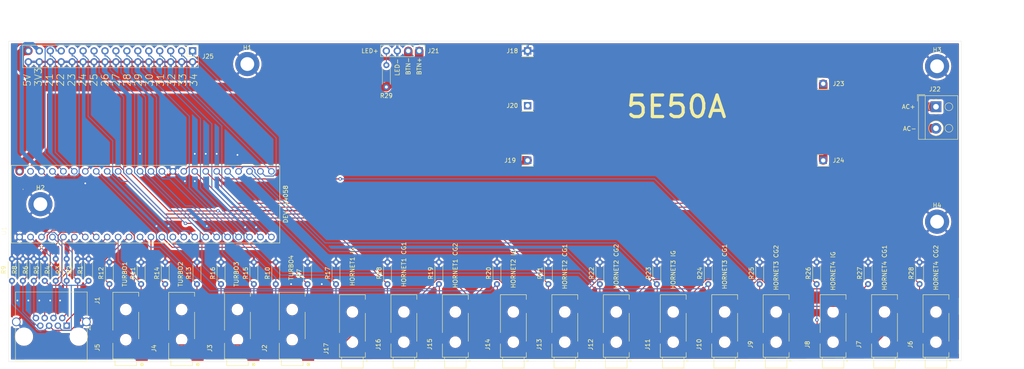
<source format=kicad_pcb>
(kicad_pcb (version 20171130) (host pcbnew "(5.1.4)-1")
  (layers (0 F.Cu signal) (31 B.Cu signal) (34 B.Paste user) (35 F.Paste user) (36 B.SilkS user) (37 F.SilkS user) (38 B.Mask user) (39 F.Mask user) (44 Edge.Cuts user))
  (net 0 "")
  (net 1 GND)
  (net 2 Backing2_interlock)
  (net 3 Compressor2_interlock)
  (net 4 Backing2_active)
  (net 5 Compressor2_active)
  (net 6 Backing1_interlock)
  (net 7 Compressor1_interlock)
  (net 8 Backing1_active)
  (net 9 Compressor1_active)
  (net 10 Turbo_active_4)
  (net 11 Turbo_interlock_4)
  (net 12 Turbo_interlock_3)
  (net 13 Turbo_active_3)
  (net 14 Turbo_interlock_2)
  (net 15 Turbo_active_2)
  (net 16 Turbo_interlock_1)
  (net 17 Turbo_active_1)
  (net 18 CG2_relay_4)
  (net 19 CG1_relay_4)
  (net 20 IG_relay_4)
  (net 21 CG2_relay_3)
  (net 22 CG1_relay_3)
  (net 23 IG_relay_3)
  (net 24 CG2_relay_2)
  (net 25 CG1_relay_2)
  (net 26 IG_relay_2)
  (net 27 CG2_relay_1)
  (net 28 CG1_relay_1)
  (net 29 IG_relay_1)
  (net 30 +3V3)
  (net 31 "Net-(U1-PadAGND)")
  (net 32 "Net-(U1-Pad3V3_1)")
  (net 33 Vsupply)
  (net 34 Vpsu)
  (net 35 "Net-(J20-Pad1)")
  (net 36 "Net-(J21-Pad4)")
  (net 37 PSU_GND)
  (net 38 110V)
  (net 39 "Net-(J25-Pad13)")
  (net 40 "Net-(J25-Pad11)")
  (net 41 "Net-(J25-Pad9)")
  (net 42 "Net-(J25-Pad7)")
  (net 43 "Net-(J25-Pad5)")
  (net 44 "Net-(J25-Pad3)")
  (net 45 "Net-(J25-Pad1)")
  (net 46 "Net-(J25-Pad15)")
  (net 47 "Net-(J25-Pad17)")
  (net 48 "Net-(J25-Pad19)")
  (net 49 "Net-(J25-Pad23)")
  (net 50 "Net-(J25-Pad25)")
  (net 51 "Net-(J25-Pad27)")
  (net 52 "Net-(J25-Pad21)")
  (module MountingHole:MountingHole_3.2mm_M3_DIN965_Pad (layer F.Cu) (at 60.452 118.618)
    (fp_text reference H2 (at 0 -3.8) (layer F.SilkS))
    (fp_text value MountingHole_Pad)
    (pad 1 thru_hole circle (at 0 0) (size 5.6 5.6) (drill 3.2) (layers *.Cu *.Mask) (net 1 GND))
  )
  (module MountingHole:MountingHole_3.2mm_M3_DIN965_Pad (layer F.Cu) (at 268.478 122.682)
    (fp_text reference H4 (at 0 -3.8) (layer F.SilkS))
    (fp_text value MountingHole_Pad)
    (pad 1 thru_hole circle (at 0 0) (size 5.6 5.6) (drill 3.2) (layers *.Cu *.Mask) (net 1 GND))
  )
  (module MountingHole:MountingHole_3.2mm_M3_DIN965_Pad (layer F.Cu) (at 268.478 86.614)
    (fp_text reference H3 (at 0 -3.8) (layer F.SilkS))
    (fp_text value MountingHole_Pad)
    (pad 1 thru_hole circle (at 0 0) (size 5.6 5.6) (drill 3.2) (layers *.Cu *.Mask) (net 1 GND))
  )
  (module MountingHole:MountingHole_3.2mm_M3_DIN965_Pad (layer F.Cu) (at 108.458 86.106)
    (fp_text reference H1 (at 0 -3.8) (layer F.SilkS))
    (fp_text value MountingHole_Pad)
    (pad 1 thru_hole circle (at 0 0) (size 5.6 5.6) (drill 3.2) (layers *.Cu *.Mask) (net 1 GND))
  )
  (module DEV-14058:SPARKFUN_DEV-14058 (layer F.Cu) (at 84.836 118.618 90)
    (fp_text reference U1 (at -6.17253 -32.8085 90) (layer F.SilkS) (effects (font (size 1.00041 1.00041) (thickness 0.05))))
    (fp_text value DEV-14058 (at 0 32.512 90) (layer F.SilkS))
    (pad 39 thru_hole circle (at 7.62 13.97 90) (size 1.53 1.53) (drill 1.02) (layers *.Cu *.Mask) (net 20 IG_relay_4))
    (pad 38 thru_hole circle (at 7.62 16.51 90) (size 1.53 1.53) (drill 1.02) (layers *.Cu *.Mask) (net 21 CG2_relay_3))
    (pad 37 thru_hole circle (at 7.62 19.05 90) (size 1.53 1.53) (drill 1.02) (layers *.Cu *.Mask) (net 22 CG1_relay_3))
    (pad 36 thru_hole circle (at 7.62 21.59 90) (size 1.53 1.53) (drill 1.02) (layers *.Cu *.Mask) (net 23 IG_relay_3))
    (pad 35 thru_hole circle (at 7.62 24.13 90) (size 1.53 1.53) (drill 1.02) (layers *.Cu *.Mask) (net 24 CG2_relay_2))
    (pad 34 thru_hole circle (at 7.62 26.67 90) (size 1.53 1.53) (drill 1.02) (layers *.Cu *.Mask) (net 45 "Net-(J25-Pad1)"))
    (pad 33 thru_hole circle (at 7.62 29.21 90) (size 1.53 1.53) (drill 1.02) (layers *.Cu *.Mask) (net 44 "Net-(J25-Pad3)"))
    (pad A21 thru_hole circle (at 7.62 11.43 90) (size 1.53 1.53) (drill 1.02) (layers *.Cu *.Mask) (net 19 CG1_relay_4))
    (pad A22 thru_hole circle (at 7.62 8.89 90) (size 1.53 1.53) (drill 1.02) (layers *.Cu *.Mask) (net 18 CG2_relay_4))
    (pad GND_2 thru_hole circle (at 7.62 6.35 90) (size 1.53 1.53) (drill 1.02) (layers *.Cu *.Mask) (net 1 GND))
    (pad 32 thru_hole circle (at -7.62 29.21 90) (size 1.53 1.53) (drill 1.02) (layers *.Cu *.Mask) (net 43 "Net-(J25-Pad5)"))
    (pad 31 thru_hole circle (at -7.62 26.67 90) (size 1.53 1.53) (drill 1.02) (layers *.Cu *.Mask) (net 42 "Net-(J25-Pad7)"))
    (pad 30 thru_hole circle (at -7.62 24.13 90) (size 1.53 1.53) (drill 1.02) (layers *.Cu *.Mask) (net 41 "Net-(J25-Pad9)"))
    (pad 29 thru_hole circle (at -7.62 21.59 90) (size 1.53 1.53) (drill 1.02) (layers *.Cu *.Mask) (net 40 "Net-(J25-Pad11)"))
    (pad 28 thru_hole circle (at -7.62 19.05 90) (size 1.53 1.53) (drill 1.02) (layers *.Cu *.Mask) (net 39 "Net-(J25-Pad13)"))
    (pad 27 thru_hole circle (at -7.62 16.51 90) (size 1.53 1.53) (drill 1.02) (layers *.Cu *.Mask) (net 46 "Net-(J25-Pad15)"))
    (pad 26 thru_hole circle (at -7.62 13.97 90) (size 1.53 1.53) (drill 1.02) (layers *.Cu *.Mask) (net 47 "Net-(J25-Pad17)"))
    (pad 25 thru_hole circle (at -7.62 11.43 90) (size 1.53 1.53) (drill 1.02) (layers *.Cu *.Mask) (net 48 "Net-(J25-Pad19)"))
    (pad VIN thru_hole circle (at 7.62 -29.21 90) (size 1.53 1.53) (drill 1.02) (layers *.Cu *.Mask) (net 33 Vsupply))
    (pad AGND thru_hole circle (at 7.62 -26.67 90) (size 1.53 1.53) (drill 1.02) (layers *.Cu *.Mask) (net 31 "Net-(U1-PadAGND)"))
    (pad 3V3_2 thru_hole circle (at 7.62 -24.13 90) (size 1.53 1.53) (drill 1.02) (layers *.Cu *.Mask) (net 30 +3V3))
    (pad 23 thru_hole circle (at 7.62 -21.59 90) (size 1.53 1.53) (drill 1.02) (layers *.Cu *.Mask) (net 49 "Net-(J25-Pad23)"))
    (pad 22 thru_hole circle (at 7.62 -19.05 90) (size 1.53 1.53) (drill 1.02) (layers *.Cu *.Mask) (net 50 "Net-(J25-Pad25)"))
    (pad 21 thru_hole circle (at 7.62 -16.51 90) (size 1.53 1.53) (drill 1.02) (layers *.Cu *.Mask) (net 51 "Net-(J25-Pad27)"))
    (pad 20 thru_hole circle (at 7.62 -13.97 90) (size 1.53 1.53) (drill 1.02) (layers *.Cu *.Mask) (net 25 CG1_relay_2))
    (pad 19 thru_hole circle (at 7.62 -11.43 90) (size 1.53 1.53) (drill 1.02) (layers *.Cu *.Mask) (net 26 IG_relay_2))
    (pad 18 thru_hole circle (at 7.62 -8.89 90) (size 1.53 1.53) (drill 1.02) (layers *.Cu *.Mask) (net 27 CG2_relay_1))
    (pad 17 thru_hole circle (at 7.62 -6.35 90) (size 1.53 1.53) (drill 1.02) (layers *.Cu *.Mask) (net 28 CG1_relay_1))
    (pad 16 thru_hole circle (at 7.62 -3.81 90) (size 1.53 1.53) (drill 1.02) (layers *.Cu *.Mask) (net 29 IG_relay_1))
    (pad 15 thru_hole circle (at 7.62 -1.27 90) (size 1.53 1.53) (drill 1.02) (layers *.Cu *.Mask) (net 12 Turbo_interlock_3))
    (pad 14 thru_hole circle (at 7.62 1.27 90) (size 1.53 1.53) (drill 1.02) (layers *.Cu *.Mask) (net 13 Turbo_active_3))
    (pad 13 thru_hole circle (at 7.62 3.81 90) (size 1.53 1.53) (drill 1.02) (layers *.Cu *.Mask) (net 10 Turbo_active_4))
    (pad 24 thru_hole circle (at -7.62 8.89 90) (size 1.53 1.53) (drill 1.02) (layers *.Cu *.Mask) (net 52 "Net-(J25-Pad21)"))
    (pad 3V3_1 thru_hole circle (at -7.62 6.35 90) (size 1.53 1.53) (drill 1.02) (layers *.Cu *.Mask) (net 32 "Net-(U1-Pad3V3_1)"))
    (pad 12 thru_hole circle (at -7.62 3.81 90) (size 1.53 1.53) (drill 1.02) (layers *.Cu *.Mask) (net 11 Turbo_interlock_4))
    (pad 11 thru_hole circle (at -7.62 1.27 90) (size 1.53 1.53) (drill 1.02) (layers *.Cu *.Mask) (net 14 Turbo_interlock_2))
    (pad 10 thru_hole circle (at -7.62 -1.27 90) (size 1.53 1.53) (drill 1.02) (layers *.Cu *.Mask) (net 15 Turbo_active_2))
    (pad 9 thru_hole circle (at -7.62 -3.81 90) (size 1.53 1.53) (drill 1.02) (layers *.Cu *.Mask) (net 16 Turbo_interlock_1))
    (pad 8 thru_hole circle (at -7.62 -6.35 90) (size 1.53 1.53) (drill 1.02) (layers *.Cu *.Mask) (net 17 Turbo_active_1))
    (pad 7 thru_hole circle (at -7.62 -8.89 90) (size 1.53 1.53) (drill 1.02) (layers *.Cu *.Mask) (net 7 Compressor1_interlock))
    (pad 6 thru_hole circle (at -7.62 -11.43 90) (size 1.53 1.53) (drill 1.02) (layers *.Cu *.Mask) (net 6 Backing1_interlock))
    (pad 5 thru_hole circle (at -7.62 -13.97 90) (size 1.53 1.53) (drill 1.02) (layers *.Cu *.Mask) (net 2 Backing2_interlock))
    (pad 4 thru_hole circle (at -7.62 -16.51 90) (size 1.53 1.53) (drill 1.02) (layers *.Cu *.Mask) (net 3 Compressor2_interlock))
    (pad 3 thru_hole circle (at -7.62 -19.05 90) (size 1.53 1.53) (drill 1.02) (layers *.Cu *.Mask) (net 4 Backing2_active))
    (pad 2 thru_hole circle (at -7.62 -21.59 90) (size 1.53 1.53) (drill 1.02) (layers *.Cu *.Mask) (net 5 Compressor2_active))
    (pad 1 thru_hole circle (at -7.62 -24.13 90) (size 1.53 1.53) (drill 1.02) (layers *.Cu *.Mask) (net 9 Compressor1_active))
    (pad 0 thru_hole circle (at -7.62 -26.67 90) (size 1.53 1.53) (drill 1.02) (layers *.Cu *.Mask) (net 8 Backing1_active))
    (pad GND_1 thru_hole circle (at -7.62 -29.21 90) (size 1.53 1.53) (drill 1.02) (layers *.Cu *.Mask) (net 1 GND))
  )
  (module Connector_PinHeader_2.54mm:PinHeader_2x16_P2.54mm_Vertical (layer F.Cu) (at 95.758 83.058 270)
    (fp_text reference J25 (at 1.27 -3.556 180) (layer F.SilkS))
    (fp_text value Conn_02x16_Odd_Even)
    (pad 32 thru_hole oval (at 2.54 38.1 270) (size 1.7 1.7) (drill 1) (layers *.Cu *.Mask) (net 1 GND))
    (pad 31 thru_hole oval (at 0 38.1 270) (size 1.7 1.7) (drill 1) (layers *.Cu *.Mask) (net 33 Vsupply))
    (pad 30 thru_hole oval (at 2.54 35.56 270) (size 1.7 1.7) (drill 1) (layers *.Cu *.Mask) (net 1 GND))
    (pad 29 thru_hole oval (at 0 35.56 270) (size 1.7 1.7) (drill 1) (layers *.Cu *.Mask) (net 30 +3V3))
    (pad 28 thru_hole oval (at 2.54 33.02 270) (size 1.7 1.7) (drill 1) (layers *.Cu *.Mask) (net 1 GND))
    (pad 27 thru_hole oval (at 0 33.02 270) (size 1.7 1.7) (drill 1) (layers *.Cu *.Mask) (net 51 "Net-(J25-Pad27)"))
    (pad 26 thru_hole oval (at 2.54 30.48 270) (size 1.7 1.7) (drill 1) (layers *.Cu *.Mask) (net 1 GND))
    (pad 25 thru_hole oval (at 0 30.48 270) (size 1.7 1.7) (drill 1) (layers *.Cu *.Mask) (net 50 "Net-(J25-Pad25)"))
    (pad 24 thru_hole oval (at 2.54 27.94 270) (size 1.7 1.7) (drill 1) (layers *.Cu *.Mask) (net 1 GND))
    (pad 23 thru_hole oval (at 0 27.94 270) (size 1.7 1.7) (drill 1) (layers *.Cu *.Mask) (net 49 "Net-(J25-Pad23)"))
    (pad 22 thru_hole oval (at 2.54 25.4 270) (size 1.7 1.7) (drill 1) (layers *.Cu *.Mask) (net 1 GND))
    (pad 21 thru_hole oval (at 0 25.4 270) (size 1.7 1.7) (drill 1) (layers *.Cu *.Mask) (net 52 "Net-(J25-Pad21)"))
    (pad 20 thru_hole oval (at 2.54 22.86 270) (size 1.7 1.7) (drill 1) (layers *.Cu *.Mask) (net 1 GND))
    (pad 19 thru_hole oval (at 0 22.86 270) (size 1.7 1.7) (drill 1) (layers *.Cu *.Mask) (net 48 "Net-(J25-Pad19)"))
    (pad 18 thru_hole oval (at 2.54 20.32 270) (size 1.7 1.7) (drill 1) (layers *.Cu *.Mask) (net 1 GND))
    (pad 17 thru_hole oval (at 0 20.32 270) (size 1.7 1.7) (drill 1) (layers *.Cu *.Mask) (net 47 "Net-(J25-Pad17)"))
    (pad 16 thru_hole oval (at 2.54 17.78 270) (size 1.7 1.7) (drill 1) (layers *.Cu *.Mask) (net 1 GND))
    (pad 15 thru_hole oval (at 0 17.78 270) (size 1.7 1.7) (drill 1) (layers *.Cu *.Mask) (net 46 "Net-(J25-Pad15)"))
    (pad 14 thru_hole oval (at 2.54 15.24 270) (size 1.7 1.7) (drill 1) (layers *.Cu *.Mask) (net 1 GND))
    (pad 13 thru_hole oval (at 0 15.24 270) (size 1.7 1.7) (drill 1) (layers *.Cu *.Mask) (net 39 "Net-(J25-Pad13)"))
    (pad 12 thru_hole oval (at 2.54 12.7 270) (size 1.7 1.7) (drill 1) (layers *.Cu *.Mask) (net 1 GND))
    (pad 11 thru_hole oval (at 0 12.7 270) (size 1.7 1.7) (drill 1) (layers *.Cu *.Mask) (net 40 "Net-(J25-Pad11)"))
    (pad 10 thru_hole oval (at 2.54 10.16 270) (size 1.7 1.7) (drill 1) (layers *.Cu *.Mask) (net 1 GND))
    (pad 9 thru_hole oval (at 0 10.16 270) (size 1.7 1.7) (drill 1) (layers *.Cu *.Mask) (net 41 "Net-(J25-Pad9)"))
    (pad 8 thru_hole oval (at 2.54 7.62 270) (size 1.7 1.7) (drill 1) (layers *.Cu *.Mask) (net 1 GND))
    (pad 7 thru_hole oval (at 0 7.62 270) (size 1.7 1.7) (drill 1) (layers *.Cu *.Mask) (net 42 "Net-(J25-Pad7)"))
    (pad 6 thru_hole oval (at 2.54 5.08 270) (size 1.7 1.7) (drill 1) (layers *.Cu *.Mask) (net 1 GND))
    (pad 5 thru_hole oval (at 0 5.08 270) (size 1.7 1.7) (drill 1) (layers *.Cu *.Mask) (net 43 "Net-(J25-Pad5)"))
    (pad 4 thru_hole oval (at 2.54 2.54 270) (size 1.7 1.7) (drill 1) (layers *.Cu *.Mask) (net 1 GND))
    (pad 3 thru_hole oval (at 0 2.54 270) (size 1.7 1.7) (drill 1) (layers *.Cu *.Mask) (net 44 "Net-(J25-Pad3)"))
    (pad 2 thru_hole oval (at 2.54 0 270) (size 1.7 1.7) (drill 1) (layers *.Cu *.Mask) (net 1 GND))
    (pad 1 thru_hole rect (at 0 0 270) (size 1.7 1.7) (drill 1) (layers *.Cu *.Mask) (net 45 "Net-(J25-Pad1)"))
  )
  (module TerminalBlock_RND:TerminalBlock_RND_205-00001_1x02_P5.00mm_Horizontal (layer F.Cu) (at 268.224 96.012 270)
    (fp_text reference J22 (at -4.064 0.254 180) (layer F.SilkS))
    (fp_text value Screw_Terminal_01x02)
    (pad 2 thru_hole circle (at 5 0 270) (size 2.5 2.5) (drill 1.3) (layers *.Cu *.Mask) (net 37 PSU_GND))
    (pad 1 thru_hole rect (at 0 0 270) (size 2.5 2.5) (drill 1.3) (layers *.Cu *.Mask) (net 38 110V))
  )
  (module Resistor_THT:R_Axial_DIN0204_L3.6mm_D1.6mm_P5.08mm_Horizontal (layer F.Cu) (at 140.716 86.36 270)
    (fp_text reference R29 (at 7.112 0 180) (layer F.SilkS))
    (fp_text value R)
    (pad 2 thru_hole oval (at 5.08 0 270) (size 1.4 1.4) (drill 0.7) (layers *.Cu *.Mask) (net 33 Vsupply))
    (pad 1 thru_hole circle (at 0 0 270) (size 1.4 1.4) (drill 0.7) (layers *.Cu *.Mask) (net 36 "Net-(J21-Pad4)"))
  )
  (module Connector_PinHeader_2.54mm:PinHeader_1x01_P2.54mm_Vertical (layer F.Cu) (at 242.062 108.458)
    (fp_text reference J24 (at 3.556 0) (layer F.SilkS))
    (fp_text value Conn_01x01)
    (pad 1 thru_hole rect (at 0 0) (size 1.7 1.7) (drill 1) (layers *.Cu *.Mask) (net 37 PSU_GND))
  )
  (module Connector_PinHeader_2.54mm:PinHeader_1x01_P2.54mm_Vertical (layer F.Cu) (at 242.062 90.678)
    (fp_text reference J23 (at 3.556 0) (layer F.SilkS))
    (fp_text value Conn_01x01)
    (pad 1 thru_hole rect (at 0 0) (size 1.7 1.7) (drill 1) (layers *.Cu *.Mask) (net 38 110V))
  )
  (module Connector_PinHeader_2.54mm:PinHeader_1x04_P2.54mm_Vertical (layer F.Cu) (at 148.336 83.058 270)
    (fp_text reference J21 (at 0 -3.302 180) (layer F.SilkS))
    (fp_text value Conn_01x04)
    (pad 4 thru_hole oval (at 0 7.62 270) (size 1.7 1.7) (drill 1) (layers *.Cu *.Mask) (net 36 "Net-(J21-Pad4)"))
    (pad 3 thru_hole oval (at 0 5.08 270) (size 1.7 1.7) (drill 1) (layers *.Cu *.Mask) (net 1 GND))
    (pad 2 thru_hole oval (at 0 2.54 270) (size 1.7 1.7) (drill 1) (layers *.Cu *.Mask) (net 33 Vsupply))
    (pad 1 thru_hole rect (at 0 0 270) (size 1.7 1.7) (drill 1) (layers *.Cu *.Mask) (net 34 Vpsu))
  )
  (module Connector_PinHeader_2.54mm:PinHeader_1x01_P2.54mm_Vertical (layer F.Cu) (at 173.482 95.758)
    (fp_text reference J20 (at -3.556 0) (layer F.SilkS))
    (fp_text value Conn_01x01)
    (pad 1 thru_hole rect (at 0 0) (size 1.7 1.7) (drill 1) (layers *.Cu *.Mask) (net 35 "Net-(J20-Pad1)"))
  )
  (module Connector_PinHeader_2.54mm:PinHeader_1x01_P2.54mm_Vertical (layer F.Cu) (at 173.482 108.458)
    (fp_text reference J19 (at -4.064 0) (layer F.SilkS))
    (fp_text value Conn_01x01)
    (pad 1 thru_hole rect (at 0 0) (size 1.7 1.7) (drill 1) (layers *.Cu *.Mask) (net 34 Vpsu))
  )
  (module Connector_PinHeader_2.54mm:PinHeader_1x01_P2.54mm_Vertical (layer F.Cu) (at 173.482 83.058)
    (fp_text reference J18 (at -3.556 0) (layer F.SilkS))
    (fp_text value Conn_01x01)
    (pad 1 thru_hole rect (at 0 0) (size 1.7 1.7) (drill 1) (layers *.Cu *.Mask) (net 1 GND))
  )
  (module Connector_RJ:RJ45_Amphenol_RJHSE5380 (layer F.Cu) (at 66.548 146.812 180)
    (fp_text reference J1 (at -7.112 5.842 90) (layer F.SilkS))
    (fp_text value RJ45_Shielded)
    (pad SH thru_hole circle (at -4.57 0.89 180) (size 2 2) (drill 1.57) (layers *.Cu *.Mask) (net 1 GND))
    (pad SH thru_hole circle (at 11.69 0.89 180) (size 2 2) (drill 1.57) (layers *.Cu *.Mask) (net 1 GND))
    (pad "" np_thru_hole circle (at 9.91 -2.54 180) (size 3.25 3.25) (drill 3.25) (layers *.Cu *.Mask))
    (pad "" np_thru_hole circle (at -2.79 -2.54 180) (size 3.25 3.25) (drill 3.25) (layers *.Cu *.Mask))
    (pad 8 thru_hole circle (at 7.14 1.78 180) (size 1.5 1.5) (drill 0.89) (layers *.Cu *.Mask) (net 2 Backing2_interlock))
    (pad 6 thru_hole circle (at 5.1 1.78 180) (size 1.5 1.5) (drill 0.89) (layers *.Cu *.Mask) (net 3 Compressor2_interlock))
    (pad 4 thru_hole circle (at 3.06 1.78 180) (size 1.5 1.5) (drill 0.89) (layers *.Cu *.Mask) (net 4 Backing2_active))
    (pad 2 thru_hole circle (at 1.02 1.78 180) (size 1.5 1.5) (drill 0.89) (layers *.Cu *.Mask) (net 5 Compressor2_active))
    (pad 7 thru_hole circle (at 6.12 0 180) (size 1.5 1.5) (drill 0.89) (layers *.Cu *.Mask) (net 6 Backing1_interlock))
    (pad 5 thru_hole circle (at 4.08 0 180) (size 1.5 1.5) (drill 0.89) (layers *.Cu *.Mask) (net 7 Compressor1_interlock))
    (pad 3 thru_hole circle (at 2.04 0 180) (size 1.5 1.5) (drill 0.89) (layers *.Cu *.Mask) (net 8 Backing1_active))
    (pad 1 thru_hole rect (at 0 0 180) (size 1.5 1.5) (drill 0.89) (layers *.Cu *.Mask) (net 9 Compressor1_active))
  )
  (module SJ-3523-SMT-TR:CUI_SJ-3523-SMT-TR (layer F.Cu) (at 231.14 150.622 90)
    (fp_text reference J9 (at -0.56103 -5.9459 90) (layer F.SilkS))
    (fp_text value "HORNET3 CG2" (at 17.272 0 90) (layer F.SilkS))
    (pad Hole np_thru_hole circle (at 7 0 90) (size 1.7 1.7) (drill 1.7) (layers *.Cu *.Mask F.SilkS))
    (pad 2 smd rect (at 8.3 3.7 90) (size 2.8 2.8) (layers F.Cu F.Paste F.Mask) (net 30 +3V3))
    (pad 1 smd rect (at -1.1 3.7 90) (size 2.2 2.8) (layers F.Cu F.Paste F.Mask) (net 1 GND))
    (pad 3 smd rect (at 0.9 -3.7 90) (size 2.2 2.8) (layers F.Cu F.Paste F.Mask) (net 21 CG2_relay_3))
    (pad Hole np_thru_hole circle (at 0 0 90) (size 1.7 1.7) (drill 1.7) (layers *.Cu *.Mask F.SilkS))
  )
  (module SJ-3523-SMT-TR:CUI_SJ-3523-SMT-TR (layer F.Cu) (at 132.842 150.622 90)
    (fp_text reference J17 (at -1.524 -6.096 270) (layer F.SilkS))
    (fp_text value "HORNET1 IG" (at 17.526 0 90) (layer F.SilkS))
    (pad Hole np_thru_hole circle (at 7 0 90) (size 1.7 1.7) (drill 1.7) (layers *.Cu *.Mask F.SilkS))
    (pad 2 smd rect (at 8.3 3.7 90) (size 2.8 2.8) (layers F.Cu F.Paste F.Mask) (net 30 +3V3))
    (pad 1 smd rect (at -1.1 3.7 90) (size 2.2 2.8) (layers F.Cu F.Paste F.Mask) (net 1 GND))
    (pad 3 smd rect (at 0.9 -3.7 90) (size 2.2 2.8) (layers F.Cu F.Paste F.Mask) (net 29 IG_relay_1))
    (pad Hole np_thru_hole circle (at 0 0 90) (size 1.7 1.7) (drill 1.7) (layers *.Cu *.Mask F.SilkS))
  )
  (module SJ-3523-SMT-TR:CUI_SJ-3523-SMT-TR (layer F.Cu) (at 144.78 150.622 90)
    (fp_text reference J16 (at -0.56103 -5.9459 90) (layer F.SilkS))
    (fp_text value "HORNET1 CG1" (at 18.034 0 90) (layer F.SilkS))
    (pad Hole np_thru_hole circle (at 7 0 90) (size 1.7 1.7) (drill 1.7) (layers *.Cu *.Mask F.SilkS))
    (pad 2 smd rect (at 8.3 3.7 90) (size 2.8 2.8) (layers F.Cu F.Paste F.Mask) (net 30 +3V3))
    (pad 1 smd rect (at -1.1 3.7 90) (size 2.2 2.8) (layers F.Cu F.Paste F.Mask) (net 1 GND))
    (pad 3 smd rect (at 0.9 -3.7 90) (size 2.2 2.8) (layers F.Cu F.Paste F.Mask) (net 28 CG1_relay_1))
    (pad Hole np_thru_hole circle (at 0 0 90) (size 1.7 1.7) (drill 1.7) (layers *.Cu *.Mask F.SilkS))
  )
  (module SJ-3523-SMT-TR:CUI_SJ-3523-SMT-TR (layer F.Cu) (at 156.718 150.622 90)
    (fp_text reference J15 (at -0.508 -5.9459 90) (layer F.SilkS))
    (fp_text value "HORNET1 CG2" (at 17.78 0 90) (layer F.SilkS))
    (pad Hole np_thru_hole circle (at 7 0 90) (size 1.7 1.7) (drill 1.7) (layers *.Cu *.Mask F.SilkS))
    (pad 2 smd rect (at 8.3 3.7 90) (size 2.8 2.8) (layers F.Cu F.Paste F.Mask) (net 30 +3V3))
    (pad 1 smd rect (at -1.1 3.7 90) (size 2.2 2.8) (layers F.Cu F.Paste F.Mask) (net 1 GND))
    (pad 3 smd rect (at 0.9 -3.7 90) (size 2.2 2.8) (layers F.Cu F.Paste F.Mask) (net 27 CG2_relay_1))
    (pad Hole np_thru_hole circle (at 0 0 90) (size 1.7 1.7) (drill 1.7) (layers *.Cu *.Mask F.SilkS))
  )
  (module SJ-3523-SMT-TR:CUI_SJ-3523-SMT-TR (layer F.Cu) (at 170.18 150.622 90)
    (fp_text reference J14 (at -0.56103 -5.9459 90) (layer F.SilkS))
    (fp_text value "HORNET2 IG" (at 17.018 0 90) (layer F.SilkS))
    (pad Hole np_thru_hole circle (at 7 0 90) (size 1.7 1.7) (drill 1.7) (layers *.Cu *.Mask F.SilkS))
    (pad 2 smd rect (at 8.3 3.7 90) (size 2.8 2.8) (layers F.Cu F.Paste F.Mask) (net 30 +3V3))
    (pad 1 smd rect (at -1.1 3.7 90) (size 2.2 2.8) (layers F.Cu F.Paste F.Mask) (net 1 GND))
    (pad 3 smd rect (at 0.9 -3.7 90) (size 2.2 2.8) (layers F.Cu F.Paste F.Mask) (net 26 IG_relay_2))
    (pad Hole np_thru_hole circle (at 0 0 90) (size 1.7 1.7) (drill 1.7) (layers *.Cu *.Mask F.SilkS))
  )
  (module SJ-3523-SMT-TR:CUI_SJ-3523-SMT-TR (layer F.Cu) (at 182.118 150.622 90)
    (fp_text reference J13 (at -0.56103 -5.9459 90) (layer F.SilkS))
    (fp_text value "HORNET2 CG1" (at 17.526 0 90) (layer F.SilkS))
    (pad Hole np_thru_hole circle (at 7 0 90) (size 1.7 1.7) (drill 1.7) (layers *.Cu *.Mask F.SilkS))
    (pad 2 smd rect (at 8.3 3.7 90) (size 2.8 2.8) (layers F.Cu F.Paste F.Mask) (net 30 +3V3))
    (pad 1 smd rect (at -1.1 3.7 90) (size 2.2 2.8) (layers F.Cu F.Paste F.Mask) (net 1 GND))
    (pad 3 smd rect (at 0.9 -3.7 90) (size 2.2 2.8) (layers F.Cu F.Paste F.Mask) (net 25 CG1_relay_2))
    (pad Hole np_thru_hole circle (at 0 0 90) (size 1.7 1.7) (drill 1.7) (layers *.Cu *.Mask F.SilkS))
  )
  (module SJ-3523-SMT-TR:CUI_SJ-3523-SMT-TR (layer F.Cu) (at 194.056 150.622 90)
    (fp_text reference J12 (at -0.56103 -5.9459 90) (layer F.SilkS))
    (fp_text value "HORNET2 CG2" (at 17.526 0 90) (layer F.SilkS))
    (pad Hole np_thru_hole circle (at 7 0 90) (size 1.7 1.7) (drill 1.7) (layers *.Cu *.Mask F.SilkS))
    (pad 2 smd rect (at 8.3 3.7 90) (size 2.8 2.8) (layers F.Cu F.Paste F.Mask) (net 30 +3V3))
    (pad 1 smd rect (at -1.1 3.7 90) (size 2.2 2.8) (layers F.Cu F.Paste F.Mask) (net 1 GND))
    (pad 3 smd rect (at 0.9 -3.7 90) (size 2.2 2.8) (layers F.Cu F.Paste F.Mask) (net 24 CG2_relay_2))
    (pad Hole np_thru_hole circle (at 0 0 90) (size 1.7 1.7) (drill 1.7) (layers *.Cu *.Mask F.SilkS))
  )
  (module SJ-3523-SMT-TR:CUI_SJ-3523-SMT-TR (layer F.Cu) (at 207.264 150.622 90)
    (fp_text reference J11 (at -0.56103 -5.9459 90) (layer F.SilkS))
    (fp_text value "HORNET3 IG" (at 16.764 0 90) (layer F.SilkS))
    (pad Hole np_thru_hole circle (at 7 0 90) (size 1.7 1.7) (drill 1.7) (layers *.Cu *.Mask F.SilkS))
    (pad 2 smd rect (at 8.3 3.7 90) (size 2.8 2.8) (layers F.Cu F.Paste F.Mask) (net 30 +3V3))
    (pad 1 smd rect (at -1.1 3.7 90) (size 2.2 2.8) (layers F.Cu F.Paste F.Mask) (net 1 GND))
    (pad 3 smd rect (at 0.9 -3.7 90) (size 2.2 2.8) (layers F.Cu F.Paste F.Mask) (net 23 IG_relay_3))
    (pad Hole np_thru_hole circle (at 0 0 90) (size 1.7 1.7) (drill 1.7) (layers *.Cu *.Mask F.SilkS))
  )
  (module SJ-3523-SMT-TR:CUI_SJ-3523-SMT-TR (layer F.Cu) (at 219.202 150.622 90)
    (fp_text reference J10 (at -0.56103 -5.9459 90) (layer F.SilkS))
    (fp_text value "HORNET3 CG1" (at 17.526 0 90) (layer F.SilkS))
    (pad Hole np_thru_hole circle (at 7 0 90) (size 1.7 1.7) (drill 1.7) (layers *.Cu *.Mask F.SilkS))
    (pad 2 smd rect (at 8.3 3.7 90) (size 2.8 2.8) (layers F.Cu F.Paste F.Mask) (net 30 +3V3))
    (pad 1 smd rect (at -1.1 3.7 90) (size 2.2 2.8) (layers F.Cu F.Paste F.Mask) (net 1 GND))
    (pad 3 smd rect (at 0.9 -3.7 90) (size 2.2 2.8) (layers F.Cu F.Paste F.Mask) (net 22 CG1_relay_3))
    (pad Hole np_thru_hole circle (at 0 0 90) (size 1.7 1.7) (drill 1.7) (layers *.Cu *.Mask F.SilkS))
  )
  (module SJ-3523-SMT-TR:CUI_SJ-3523-SMT-TR (layer F.Cu) (at 244.348 150.622 90)
    (fp_text reference J8 (at -0.56103 -5.9459 90) (layer F.SilkS))
    (fp_text value "HORNET4 IG" (at 16.51 0 90) (layer F.SilkS))
    (pad Hole np_thru_hole circle (at 7 0 90) (size 1.7 1.7) (drill 1.7) (layers *.Cu *.Mask F.SilkS))
    (pad 2 smd rect (at 8.3 3.7 90) (size 2.8 2.8) (layers F.Cu F.Paste F.Mask) (net 30 +3V3))
    (pad 1 smd rect (at -1.1 3.7 90) (size 2.2 2.8) (layers F.Cu F.Paste F.Mask) (net 1 GND))
    (pad 3 smd rect (at 0.9 -3.7 90) (size 2.2 2.8) (layers F.Cu F.Paste F.Mask) (net 20 IG_relay_4))
    (pad Hole np_thru_hole circle (at 0 0 90) (size 1.7 1.7) (drill 1.7) (layers *.Cu *.Mask F.SilkS))
  )
  (module SJ-3523-SMT-TR:CUI_SJ-3523-SMT-TR (layer F.Cu) (at 256.286 150.622 90)
    (fp_text reference J7 (at -0.56103 -5.9459 90) (layer F.SilkS))
    (fp_text value "HORNET4 CG1" (at 17.272 0 90) (layer F.SilkS))
    (pad Hole np_thru_hole circle (at 7 0 90) (size 1.7 1.7) (drill 1.7) (layers *.Cu *.Mask F.SilkS))
    (pad 2 smd rect (at 8.3 3.7 90) (size 2.8 2.8) (layers F.Cu F.Paste F.Mask) (net 30 +3V3))
    (pad 1 smd rect (at -1.1 3.7 90) (size 2.2 2.8) (layers F.Cu F.Paste F.Mask) (net 1 GND))
    (pad 3 smd rect (at 0.9 -3.7 90) (size 2.2 2.8) (layers F.Cu F.Paste F.Mask) (net 19 CG1_relay_4))
    (pad Hole np_thru_hole circle (at 0 0 90) (size 1.7 1.7) (drill 1.7) (layers *.Cu *.Mask F.SilkS))
  )
  (module SJ-3523-SMT-TR:CUI_SJ-3523-SMT-TR (layer F.Cu) (at 268.224 150.622 90)
    (fp_text reference J6 (at -0.56103 -5.9459 90) (layer F.SilkS))
    (fp_text value "HORNET4 CG2" (at 17.272 0 90) (layer F.SilkS))
    (pad Hole np_thru_hole circle (at 7 0 90) (size 1.7 1.7) (drill 1.7) (layers *.Cu *.Mask F.SilkS))
    (pad 2 smd rect (at 8.3 3.7 90) (size 2.8 2.8) (layers F.Cu F.Paste F.Mask) (net 30 +3V3))
    (pad 1 smd rect (at -1.1 3.7 90) (size 2.2 2.8) (layers F.Cu F.Paste F.Mask) (net 1 GND))
    (pad 3 smd rect (at 0.9 -3.7 90) (size 2.2 2.8) (layers F.Cu F.Paste F.Mask) (net 18 CG2_relay_4))
    (pad Hole np_thru_hole circle (at 0 0 90) (size 1.7 1.7) (drill 1.7) (layers *.Cu *.Mask F.SilkS))
  )
  (module SJ-43514-SMT:CUI_SJ-43514-SMT (layer F.Cu) (at 80.264 146.812 90)
    (fp_text reference J5 (at -5.08 -6.604 270) (layer F.SilkS))
    (fp_text value TURBO1 (at 11.938 -0.254 90) (layer F.SilkS))
    (pad Hole np_thru_hole circle (at 3.75 0 90) (size 1.7 1.7) (drill 1.7) (layers *.Cu *.Mask F.SilkS))
    (pad Hole np_thru_hole circle (at -3.25 0 90) (size 1.7 1.7) (drill 1.7) (layers *.Cu *.Mask F.SilkS))
    (pad 4 smd rect (at -4.35 3.7 270) (size 2.2 2.8) (layers F.Cu F.Paste F.Mask) (net 30 +3V3))
    (pad 3 smd rect (at -2.45 -3.7 270) (size 2.2 2.8) (layers F.Cu F.Paste F.Mask) (net 16 Turbo_interlock_1))
    (pad 2 smd rect (at 5.05 3.6 270) (size 2.8 2.6) (layers F.Cu F.Paste F.Mask) (net 17 Turbo_active_1))
    (pad 1 smd rect (at -7.15 3.7 270) (size 2 2.8) (layers F.Cu F.Paste F.Mask) (net 1 GND))
  )
  (module SJ-43514-SMT:CUI_SJ-43514-SMT (layer F.Cu) (at 93.218 146.812 90)
    (fp_text reference J4 (at -5.23394 -6.41433 270) (layer F.SilkS))
    (fp_text value TURBO2 (at 11.938 -0.254 90) (layer F.SilkS))
    (pad Hole np_thru_hole circle (at 3.75 0 90) (size 1.7 1.7) (drill 1.7) (layers *.Cu *.Mask F.SilkS))
    (pad Hole np_thru_hole circle (at -3.25 0 90) (size 1.7 1.7) (drill 1.7) (layers *.Cu *.Mask F.SilkS))
    (pad 4 smd rect (at -4.35 3.7 270) (size 2.2 2.8) (layers F.Cu F.Paste F.Mask) (net 30 +3V3))
    (pad 3 smd rect (at -2.45 -3.7 270) (size 2.2 2.8) (layers F.Cu F.Paste F.Mask) (net 14 Turbo_interlock_2))
    (pad 2 smd rect (at 5.05 3.6 270) (size 2.8 2.6) (layers F.Cu F.Paste F.Mask) (net 15 Turbo_active_2))
    (pad 1 smd rect (at -7.15 3.7 270) (size 2 2.8) (layers F.Cu F.Paste F.Mask) (net 1 GND))
  )
  (module SJ-43514-SMT:CUI_SJ-43514-SMT (layer F.Cu) (at 106.172 146.812 90)
    (fp_text reference J3 (at -5.23394 -6.41433 270) (layer F.SilkS))
    (fp_text value TURBO3 (at 11.938 -0.254 90) (layer F.SilkS))
    (pad Hole np_thru_hole circle (at 3.75 0 90) (size 1.7 1.7) (drill 1.7) (layers *.Cu *.Mask F.SilkS))
    (pad Hole np_thru_hole circle (at -3.25 0 90) (size 1.7 1.7) (drill 1.7) (layers *.Cu *.Mask F.SilkS))
    (pad 4 smd rect (at -4.35 3.7 270) (size 2.2 2.8) (layers F.Cu F.Paste F.Mask) (net 30 +3V3))
    (pad 3 smd rect (at -2.45 -3.7 270) (size 2.2 2.8) (layers F.Cu F.Paste F.Mask) (net 12 Turbo_interlock_3))
    (pad 2 smd rect (at 5.05 3.6 270) (size 2.8 2.6) (layers F.Cu F.Paste F.Mask) (net 13 Turbo_active_3))
    (pad 1 smd rect (at -7.15 3.7 270) (size 2 2.8) (layers F.Cu F.Paste F.Mask) (net 1 GND))
  )
  (module SJ-43514-SMT:CUI_SJ-43514-SMT (layer F.Cu) (at 118.872 146.812 90)
    (fp_text reference J2 (at -5.23394 -6.41433 90) (layer F.SilkS))
    (fp_text value TURBO4 (at 13.462 -0.254 90) (layer F.SilkS))
    (pad Hole np_thru_hole circle (at 3.75 0 90) (size 1.7 1.7) (drill 1.7) (layers *.Cu *.Mask F.SilkS))
    (pad Hole np_thru_hole circle (at -3.25 0 90) (size 1.7 1.7) (drill 1.7) (layers *.Cu *.Mask F.SilkS))
    (pad 4 smd rect (at -4.35 3.7 270) (size 2.2 2.8) (layers F.Cu F.Paste F.Mask) (net 30 +3V3))
    (pad 3 smd rect (at -2.45 -3.7 270) (size 2.2 2.8) (layers F.Cu F.Paste F.Mask) (net 10 Turbo_active_4))
    (pad 2 smd rect (at 5.05 3.6 270) (size 2.8 2.6) (layers F.Cu F.Paste F.Mask) (net 11 Turbo_interlock_4))
    (pad 1 smd rect (at -7.15 3.7 270) (size 2 2.8) (layers F.Cu F.Paste F.Mask) (net 1 GND))
  )
  (module Resistor_THT:R_Axial_DIN0204_L3.6mm_D1.6mm_P5.08mm_Horizontal (layer F.Cu) (at 252.476 137.16 90)
    (fp_text reference R27 (at 2.54 -1.92 90) (layer F.SilkS))
    (fp_text value R)
    (pad 2 thru_hole oval (at 5.08 0 90) (size 1.4 1.4) (drill 0.7) (layers *.Cu *.Mask) (net 1 GND))
    (pad 1 thru_hole circle (at 0 0 90) (size 1.4 1.4) (drill 0.7) (layers *.Cu *.Mask) (net 19 CG1_relay_4))
  )
  (module Resistor_THT:R_Axial_DIN0204_L3.6mm_D1.6mm_P5.08mm_Horizontal (layer F.Cu) (at 240.538 137.16 90)
    (fp_text reference R26 (at 2.54 -1.92 90) (layer F.SilkS))
    (fp_text value R)
    (pad 2 thru_hole oval (at 5.08 0 90) (size 1.4 1.4) (drill 0.7) (layers *.Cu *.Mask) (net 1 GND))
    (pad 1 thru_hole circle (at 0 0 90) (size 1.4 1.4) (drill 0.7) (layers *.Cu *.Mask) (net 20 IG_relay_4))
  )
  (module Resistor_THT:R_Axial_DIN0204_L3.6mm_D1.6mm_P5.08mm_Horizontal (layer F.Cu) (at 227.33 137.16 90)
    (fp_text reference R25 (at 2.54 -1.92 90) (layer F.SilkS))
    (fp_text value R)
    (pad 2 thru_hole oval (at 5.08 0 90) (size 1.4 1.4) (drill 0.7) (layers *.Cu *.Mask) (net 1 GND))
    (pad 1 thru_hole circle (at 0 0 90) (size 1.4 1.4) (drill 0.7) (layers *.Cu *.Mask) (net 21 CG2_relay_3))
  )
  (module Resistor_THT:R_Axial_DIN0204_L3.6mm_D1.6mm_P5.08mm_Horizontal (layer F.Cu) (at 215.392 137.16 90)
    (fp_text reference R24 (at 2.54 -1.92 90) (layer F.SilkS))
    (fp_text value R)
    (pad 2 thru_hole oval (at 5.08 0 90) (size 1.4 1.4) (drill 0.7) (layers *.Cu *.Mask) (net 1 GND))
    (pad 1 thru_hole circle (at 0 0 90) (size 1.4 1.4) (drill 0.7) (layers *.Cu *.Mask) (net 22 CG1_relay_3))
  )
  (module Resistor_THT:R_Axial_DIN0204_L3.6mm_D1.6mm_P5.08mm_Horizontal (layer F.Cu) (at 203.454 137.16 90)
    (fp_text reference R23 (at 2.54 -1.92 90) (layer F.SilkS))
    (fp_text value R)
    (pad 2 thru_hole oval (at 5.08 0 90) (size 1.4 1.4) (drill 0.7) (layers *.Cu *.Mask) (net 1 GND))
    (pad 1 thru_hole circle (at 0 0 90) (size 1.4 1.4) (drill 0.7) (layers *.Cu *.Mask) (net 23 IG_relay_3))
  )
  (module Resistor_THT:R_Axial_DIN0204_L3.6mm_D1.6mm_P5.08mm_Horizontal (layer F.Cu) (at 190.246 137.16 90)
    (fp_text reference R22 (at 2.54 -1.92 90) (layer F.SilkS))
    (fp_text value R)
    (pad 2 thru_hole oval (at 5.08 0 90) (size 1.4 1.4) (drill 0.7) (layers *.Cu *.Mask) (net 1 GND))
    (pad 1 thru_hole circle (at 0 0 90) (size 1.4 1.4) (drill 0.7) (layers *.Cu *.Mask) (net 24 CG2_relay_2))
  )
  (module Resistor_THT:R_Axial_DIN0204_L3.6mm_D1.6mm_P5.08mm_Horizontal (layer F.Cu) (at 178.308 137.16 90)
    (fp_text reference R21 (at 2.54 -1.92 90) (layer F.SilkS))
    (fp_text value R)
    (pad 2 thru_hole oval (at 5.08 0 90) (size 1.4 1.4) (drill 0.7) (layers *.Cu *.Mask) (net 1 GND))
    (pad 1 thru_hole circle (at 0 0 90) (size 1.4 1.4) (drill 0.7) (layers *.Cu *.Mask) (net 25 CG1_relay_2))
  )
  (module Resistor_THT:R_Axial_DIN0204_L3.6mm_D1.6mm_P5.08mm_Horizontal (layer F.Cu) (at 166.37 137.16 90)
    (fp_text reference R20 (at 2.54 -1.92 90) (layer F.SilkS))
    (fp_text value R)
    (pad 2 thru_hole oval (at 5.08 0 90) (size 1.4 1.4) (drill 0.7) (layers *.Cu *.Mask) (net 1 GND))
    (pad 1 thru_hole circle (at 0 0 90) (size 1.4 1.4) (drill 0.7) (layers *.Cu *.Mask) (net 26 IG_relay_2))
  )
  (module Resistor_THT:R_Axial_DIN0204_L3.6mm_D1.6mm_P5.08mm_Horizontal (layer F.Cu) (at 152.908 137.16 90)
    (fp_text reference R19 (at 2.54 -1.92 90) (layer F.SilkS))
    (fp_text value R)
    (pad 2 thru_hole oval (at 5.08 0 90) (size 1.4 1.4) (drill 0.7) (layers *.Cu *.Mask) (net 1 GND))
    (pad 1 thru_hole circle (at 0 0 90) (size 1.4 1.4) (drill 0.7) (layers *.Cu *.Mask) (net 27 CG2_relay_1))
  )
  (module Resistor_THT:R_Axial_DIN0204_L3.6mm_D1.6mm_P5.08mm_Horizontal (layer F.Cu) (at 140.97 137.16 90)
    (fp_text reference R18 (at 2.54 -1.92 90) (layer F.SilkS))
    (fp_text value R)
    (pad 2 thru_hole oval (at 5.08 0 90) (size 1.4 1.4) (drill 0.7) (layers *.Cu *.Mask) (net 1 GND))
    (pad 1 thru_hole circle (at 0 0 90) (size 1.4 1.4) (drill 0.7) (layers *.Cu *.Mask) (net 28 CG1_relay_1))
  )
  (module Resistor_THT:R_Axial_DIN0204_L3.6mm_D1.6mm_P5.08mm_Horizontal (layer F.Cu) (at 129.032 137.16 90)
    (fp_text reference R17 (at 2.54 -1.92 90) (layer F.SilkS))
    (fp_text value R)
    (pad 2 thru_hole oval (at 5.08 0 90) (size 1.4 1.4) (drill 0.7) (layers *.Cu *.Mask) (net 1 GND))
    (pad 1 thru_hole circle (at 0 0 90) (size 1.4 1.4) (drill 0.7) (layers *.Cu *.Mask) (net 29 IG_relay_1))
  )
  (module Resistor_THT:R_Axial_DIN0204_L3.6mm_D1.6mm_P5.08mm_Horizontal (layer F.Cu) (at 102.362 137.16 90)
    (fp_text reference R16 (at 2.54 -1.92 90) (layer F.SilkS))
    (fp_text value R)
    (pad 2 thru_hole oval (at 5.08 0 90) (size 1.4 1.4) (drill 0.7) (layers *.Cu *.Mask) (net 1 GND))
    (pad 1 thru_hole circle (at 0 0 90) (size 1.4 1.4) (drill 0.7) (layers *.Cu *.Mask) (net 12 Turbo_interlock_3))
  )
  (module Resistor_THT:R_Axial_DIN0204_L3.6mm_D1.6mm_P5.08mm_Horizontal (layer F.Cu) (at 109.982 137.16 90)
    (fp_text reference R15 (at 2.54 -1.92 90) (layer F.SilkS))
    (fp_text value R)
    (pad 2 thru_hole oval (at 5.08 0 90) (size 1.4 1.4) (drill 0.7) (layers *.Cu *.Mask) (net 1 GND))
    (pad 1 thru_hole circle (at 0 0 90) (size 1.4 1.4) (drill 0.7) (layers *.Cu *.Mask) (net 13 Turbo_active_3))
  )
  (module Resistor_THT:R_Axial_DIN0204_L3.6mm_D1.6mm_P5.08mm_Horizontal (layer F.Cu) (at 89.408 137.16 90)
    (fp_text reference R14 (at 2.54 -1.92 90) (layer F.SilkS))
    (fp_text value R)
    (pad 2 thru_hole oval (at 5.08 0 90) (size 1.4 1.4) (drill 0.7) (layers *.Cu *.Mask) (net 1 GND))
    (pad 1 thru_hole circle (at 0 0 90) (size 1.4 1.4) (drill 0.7) (layers *.Cu *.Mask) (net 14 Turbo_interlock_2))
  )
  (module Resistor_THT:R_Axial_DIN0204_L3.6mm_D1.6mm_P5.08mm_Horizontal (layer F.Cu) (at 96.774 137.16 90)
    (fp_text reference R13 (at 2.54 -1.92 90) (layer F.SilkS))
    (fp_text value R)
    (pad 2 thru_hole oval (at 5.08 0 90) (size 1.4 1.4) (drill 0.7) (layers *.Cu *.Mask) (net 1 GND))
    (pad 1 thru_hole circle (at 0 0 90) (size 1.4 1.4) (drill 0.7) (layers *.Cu *.Mask) (net 15 Turbo_active_2))
  )
  (module Resistor_THT:R_Axial_DIN0204_L3.6mm_D1.6mm_P5.08mm_Horizontal (layer F.Cu) (at 76.454 137.16 90)
    (fp_text reference R12 (at 2.54 -1.92 90) (layer F.SilkS))
    (fp_text value R)
    (pad 2 thru_hole oval (at 5.08 0 90) (size 1.4 1.4) (drill 0.7) (layers *.Cu *.Mask) (net 1 GND))
    (pad 1 thru_hole circle (at 0 0 90) (size 1.4 1.4) (drill 0.7) (layers *.Cu *.Mask) (net 16 Turbo_interlock_1))
  )
  (module Resistor_THT:R_Axial_DIN0204_L3.6mm_D1.6mm_P5.08mm_Horizontal (layer F.Cu) (at 83.82 137.16 90)
    (fp_text reference R11 (at 2.54 -1.92 90) (layer F.SilkS))
    (fp_text value R)
    (pad 2 thru_hole oval (at 5.08 0 90) (size 1.4 1.4) (drill 0.7) (layers *.Cu *.Mask) (net 1 GND))
    (pad 1 thru_hole circle (at 0 0 90) (size 1.4 1.4) (drill 0.7) (layers *.Cu *.Mask) (net 17 Turbo_active_1))
  )
  (module Resistor_THT:R_Axial_DIN0204_L3.6mm_D1.6mm_P5.08mm_Horizontal (layer F.Cu) (at 115.062 137.16 90)
    (fp_text reference R10 (at 2.54 -1.92 90) (layer F.SilkS))
    (fp_text value R)
    (pad 2 thru_hole oval (at 5.08 0 90) (size 1.4 1.4) (drill 0.7) (layers *.Cu *.Mask) (net 1 GND))
    (pad 1 thru_hole circle (at 0 0 90) (size 1.4 1.4) (drill 0.7) (layers *.Cu *.Mask) (net 10 Turbo_active_4))
  )
  (module Resistor_THT:R_Axial_DIN0204_L3.6mm_D1.6mm_P5.08mm_Horizontal (layer F.Cu) (at 53.848 136.398 90)
    (fp_text reference R9 (at 2.54 -1.92 90) (layer F.SilkS))
    (fp_text value R)
    (pad 2 thru_hole oval (at 5.08 0 90) (size 1.4 1.4) (drill 0.7) (layers *.Cu *.Mask) (net 1 GND))
    (pad 1 thru_hole circle (at 0 0 90) (size 1.4 1.4) (drill 0.7) (layers *.Cu *.Mask) (net 7 Compressor1_interlock))
  )
  (module Resistor_THT:R_Axial_DIN0204_L3.6mm_D1.6mm_P5.08mm_Horizontal (layer F.Cu) (at 58.928 136.398 90)
    (fp_text reference R6 (at 2.54 -1.92 90) (layer F.SilkS))
    (fp_text value R)
    (pad 2 thru_hole oval (at 5.08 0 90) (size 1.4 1.4) (drill 0.7) (layers *.Cu *.Mask) (net 1 GND))
    (pad 1 thru_hole circle (at 0 0 90) (size 1.4 1.4) (drill 0.7) (layers *.Cu *.Mask) (net 2 Backing2_interlock))
  )
  (module Resistor_THT:R_Axial_DIN0204_L3.6mm_D1.6mm_P5.08mm_Horizontal (layer F.Cu) (at 66.548 136.398 90)
    (fp_text reference R3 (at 2.54 -1.92 90) (layer F.SilkS))
    (fp_text value R)
    (pad 2 thru_hole oval (at 5.08 0 90) (size 1.4 1.4) (drill 0.7) (layers *.Cu *.Mask) (net 1 GND))
    (pad 1 thru_hole circle (at 0 0 90) (size 1.4 1.4) (drill 0.7) (layers *.Cu *.Mask) (net 5 Compressor2_active))
  )
  (module Resistor_THT:R_Axial_DIN0204_L3.6mm_D1.6mm_P5.08mm_Horizontal (layer F.Cu) (at 264.414 137.16 90)
    (fp_text reference R28 (at 2.54 -1.92 90) (layer F.SilkS))
    (fp_text value R)
    (pad 2 thru_hole oval (at 5.08 0 90) (size 1.4 1.4) (drill 0.7) (layers *.Cu *.Mask) (net 1 GND))
    (pad 1 thru_hole circle (at 0 0 90) (size 1.4 1.4) (drill 0.7) (layers *.Cu *.Mask) (net 18 CG2_relay_4))
  )
  (module Resistor_THT:R_Axial_DIN0204_L3.6mm_D1.6mm_P5.08mm_Horizontal (layer F.Cu) (at 56.388 136.398 90)
    (fp_text reference R8 (at 2.54 -1.92 90) (layer F.SilkS))
    (fp_text value R)
    (pad 2 thru_hole oval (at 5.08 0 90) (size 1.4 1.4) (drill 0.7) (layers *.Cu *.Mask) (net 1 GND))
    (pad 1 thru_hole circle (at 0 0 90) (size 1.4 1.4) (drill 0.7) (layers *.Cu *.Mask) (net 6 Backing1_interlock))
  )
  (module Resistor_THT:R_Axial_DIN0204_L3.6mm_D1.6mm_P5.08mm_Horizontal (layer F.Cu) (at 122.428 137.16 90)
    (fp_text reference R7 (at 2.54 -1.92 90) (layer F.SilkS))
    (fp_text value R)
    (pad 2 thru_hole oval (at 5.08 0 90) (size 1.4 1.4) (drill 0.7) (layers *.Cu *.Mask) (net 1 GND))
    (pad 1 thru_hole circle (at 0 0 90) (size 1.4 1.4) (drill 0.7) (layers *.Cu *.Mask) (net 11 Turbo_interlock_4))
  )
  (module Resistor_THT:R_Axial_DIN0204_L3.6mm_D1.6mm_P5.08mm_Horizontal (layer F.Cu) (at 61.468 136.398 90)
    (fp_text reference R5 (at 2.54 -1.92 90) (layer F.SilkS))
    (fp_text value R)
    (pad 2 thru_hole oval (at 5.08 0 90) (size 1.4 1.4) (drill 0.7) (layers *.Cu *.Mask) (net 1 GND))
    (pad 1 thru_hole circle (at 0 0 90) (size 1.4 1.4) (drill 0.7) (layers *.Cu *.Mask) (net 3 Compressor2_interlock))
  )
  (module Resistor_THT:R_Axial_DIN0204_L3.6mm_D1.6mm_P5.08mm_Horizontal (layer F.Cu) (at 64.008 136.398 90)
    (fp_text reference R4 (at 2.54 -1.92 90) (layer F.SilkS))
    (fp_text value R)
    (pad 2 thru_hole oval (at 5.08 0 90) (size 1.4 1.4) (drill 0.7) (layers *.Cu *.Mask) (net 1 GND))
    (pad 1 thru_hole circle (at 0 0 90) (size 1.4 1.4) (drill 0.7) (layers *.Cu *.Mask) (net 4 Backing2_active))
  )
  (module Resistor_THT:R_Axial_DIN0204_L3.6mm_D1.6mm_P5.08mm_Horizontal (layer F.Cu) (at 69.088 136.398 90)
    (fp_text reference R2 (at 2.54 -1.92 90) (layer F.SilkS))
    (fp_text value R)
    (pad 2 thru_hole oval (at 5.08 0 90) (size 1.4 1.4) (drill 0.7) (layers *.Cu *.Mask) (net 1 GND))
    (pad 1 thru_hole circle (at 0 0 90) (size 1.4 1.4) (drill 0.7) (layers *.Cu *.Mask) (net 9 Compressor1_active))
  )
  (module Resistor_THT:R_Axial_DIN0204_L3.6mm_D1.6mm_P5.08mm_Horizontal (layer F.Cu) (at 71.628 136.398 90)
    (fp_text reference R1 (at 2.54 -1.92 90) (layer F.SilkS))
    (fp_text value R)
    (pad 2 thru_hole oval (at 5.08 0 90) (size 1.4 1.4) (drill 0.7) (layers *.Cu *.Mask) (net 1 GND))
    (pad 1 thru_hole circle (at 0 0 90) (size 1.4 1.4) (drill 0.7) (layers *.Cu *.Mask) (net 8 Backing1_active))
  )
  (gr_text "5V\n3V3\n21\n22\n23\n24\n25\n26\n27\n28\n29\n30\n31\n32\n33\n34" (at 76.708 91.44 90) (layer F.SilkS) (effects (font (size 1.6 1.6)) (justify left)))
  (gr_text AC- (at 262.128 101.092) (layer F.SilkS) (effects (font (size 1 1))))
  (gr_text AC+ (at 261.874 96.012) (layer F.SilkS) (effects (font (size 1 1))))
  (gr_text LED+ (at 136.906 83.058) (layer F.SilkS) (effects (font (size 1 1))))
  (gr_text LED- (at 143.256 86.868 90) (layer F.SilkS) (effects (font (size 1 1))))
  (gr_text BTN- (at 145.796 86.614 90) (layer F.SilkS) (effects (font (size 1 1))))
  (gr_text BTN+ (at 148.336 86.614 90) (layer F.SilkS) (effects (font (size 1 1))))
  (gr_text 5E50A (at 208.026 96.012) (layer F.SilkS) (effects (font (size 5 5) (thickness 0.75))))
  (gr_line (start 53.086 80.772) (end 53.086 100.838) (layer Edge.Cuts) (width 0.05))
  (gr_line (start 110.744 80.772) (end 53.086 80.772) (layer Edge.Cuts) (width 0.05))
  (gr_line (start 274.066 80.772) (end 110.744 80.772) (layer Edge.Cuts) (width 0.05))
  (gr_line (start 274.066 88.646) (end 274.066 80.772) (layer Edge.Cuts) (width 0.05))
  (gr_line (start 274.066 100.838) (end 274.066 88.646) (layer Edge.Cuts) (width 0.05))
  (gr_line (start 274.066 154.94) (end 274.066 153.162) (layer Edge.Cuts) (width 0.05))
  (gr_line (start 53.086 155.194) (end 274.066 154.94) (layer Edge.Cuts) (width 0.05))
  (gr_line (start 53.086 100.838) (end 53.086 155.194) (layer Edge.Cuts) (width 0.05))
  (gr_line (start 274.066 153.162) (end 274.066 100.838) (layer Edge.Cuts) (width 0.05))
  (via (at 70.866 113.792) (size 0.8) (drill 0.4) (layers F.Cu B.Cu) (net 1))
  (via (at 60.198 140.97) (size 0.8) (drill 0.4) (layers F.Cu B.Cu) (net 1))
  (via (at 57.658 140.97) (size 0.8) (drill 0.4) (layers F.Cu B.Cu) (net 1))
  (via (at 55.118 140.97) (size 0.8) (drill 0.4) (layers F.Cu B.Cu) (net 1))
  (via (at 62.738 140.97) (size 0.8) (drill 0.4) (layers F.Cu B.Cu) (net 1))
  (via (at 65.024 140.97) (size 0.8) (drill 0.4) (layers F.Cu B.Cu) (net 1))
  (via (at 106.172 107.188) (size 0.8) (drill 0.4) (layers F.Cu B.Cu) (net 1))
  (via (at 101.346 106.934) (size 0.8) (drill 0.4) (layers F.Cu B.Cu) (net 1))
  (via (at 98.806 106.934) (size 0.8) (drill 0.4) (layers F.Cu B.Cu) (net 1))
  (via (at 96.266 106.934) (size 0.8) (drill 0.4) (layers F.Cu B.Cu) (net 1))
  (via (at 83.566 106.934) (size 0.8) (drill 0.4) (layers F.Cu B.Cu) (net 1))
  (via (at 110.49 123.952) (size 0.8) (drill 0.4) (layers F.Cu B.Cu) (net 1))
  (via (at 107.95 123.952) (size 0.8) (drill 0.4) (layers F.Cu B.Cu) (net 1))
  (via (at 99.06 123.698) (size 0.8) (drill 0.4) (layers F.Cu B.Cu) (net 1))
  (via (at 90.17 123.698) (size 0.8) (drill 0.4) (layers F.Cu B.Cu) (net 1))
  (via (at 87.376 123.698) (size 0.8) (drill 0.4) (layers F.Cu B.Cu) (net 1))
  (via (at 96.266 113.284) (size 0.8) (drill 0.4) (layers F.Cu B.Cu) (net 1))
  (via (at 93.98 113.284) (size 0.8) (drill 0.4) (layers F.Cu B.Cu) (net 1))
  (via (at 118.618 137.16) (size 0.8) (drill 0.4) (layers F.Cu B.Cu) (net 1))
  (via (at 125.73 137.16) (size 0.8) (drill 0.4) (layers F.Cu B.Cu) (net 1))
  (segment (start 70.866 126.238) (end 69.7679 125.1399) (width 0.25) (layer F.Cu) (net 2))
  (segment (start 69.7679 125.1399) (end 65.2937 125.1399) (width 0.25) (layer F.Cu) (net 2))
  (segment (start 65.2937 125.1399) (end 64.5828 125.8508) (width 0.25) (layer F.Cu) (net 2))
  (segment (start 64.5828 125.8508) (end 64.5828 127.4446) (width 0.25) (layer F.Cu) (net 2))
  (segment (start 64.5828 127.4446) (end 62.738 129.2894) (width 0.25) (layer F.Cu) (net 2))
  (segment (start 62.738 129.2894) (end 62.738 132.588) (width 0.25) (layer F.Cu) (net 2))
  (segment (start 62.738 132.588) (end 58.928 136.398) (width 0.25) (layer F.Cu) (net 2))
  (segment (start 59.408 145.032) (end 58.928 144.552) (width 0.25) (layer B.Cu) (net 2))
  (segment (start 58.928 144.552) (end 58.928 136.398) (width 0.25) (layer B.Cu) (net 2))
  (segment (start 62.5063 137.4363) (end 61.448 138.4946) (width 0.25) (layer F.Cu) (net 3))
  (segment (start 61.448 138.4946) (end 61.448 145.032) (width 0.25) (layer F.Cu) (net 3))
  (segment (start 68.326 126.238) (end 67.818 126.746) (width 0.25) (layer F.Cu) (net 3))
  (segment (start 67.818 126.746) (end 67.818 133.2249) (width 0.25) (layer F.Cu) (net 3))
  (segment (start 67.818 133.2249) (end 65.4165 135.6264) (width 0.25) (layer F.Cu) (net 3))
  (segment (start 65.4165 135.6264) (end 65.4165 136.5388) (width 0.25) (layer F.Cu) (net 3))
  (segment (start 65.4165 136.5388) (end 64.519 137.4363) (width 0.25) (layer F.Cu) (net 3))
  (segment (start 64.519 137.4363) (end 62.5063 137.4363) (width 0.25) (layer F.Cu) (net 3))
  (segment (start 62.5063 137.4363) (end 61.468 136.398) (width 0.25) (layer F.Cu) (net 3))
  (segment (start 65.786 126.238) (end 65.4374 126.5866) (width 0.25) (layer F.Cu) (net 4))
  (segment (start 65.4374 126.5866) (end 65.4374 134.9686) (width 0.25) (layer F.Cu) (net 4))
  (segment (start 65.4374 134.9686) (end 64.008 136.398) (width 0.25) (layer F.Cu) (net 4))
  (segment (start 63.488 145.032) (end 64.008 144.512) (width 0.25) (layer B.Cu) (net 4))
  (segment (start 64.008 144.512) (end 64.008 136.398) (width 0.25) (layer B.Cu) (net 4))
  (segment (start 63.246 126.238) (end 65.5031 128.4951) (width 0.25) (layer B.Cu) (net 5))
  (segment (start 65.5031 128.4951) (end 65.5031 133.5417) (width 0.25) (layer B.Cu) (net 5))
  (segment (start 65.5031 133.5417) (end 66.548 134.5866) (width 0.25) (layer B.Cu) (net 5))
  (segment (start 66.548 134.5866) (end 66.548 136.398) (width 0.25) (layer B.Cu) (net 5))
  (segment (start 66.548 136.398) (end 66.548 144.012) (width 0.25) (layer F.Cu) (net 5))
  (segment (start 66.548 144.012) (end 65.528 145.032) (width 0.25) (layer F.Cu) (net 5))
  (segment (start 56.388 136.398) (end 56.388 143.5454) (width 0.25) (layer B.Cu) (net 6))
  (segment (start 56.388 143.5454) (end 59.6546 146.812) (width 0.25) (layer B.Cu) (net 6))
  (segment (start 59.6546 146.812) (end 60.428 146.812) (width 0.25) (layer B.Cu) (net 6))
  (segment (start 73.406 126.238) (end 71.8475 124.6795) (width 0.25) (layer F.Cu) (net 6))
  (segment (start 71.8475 124.6795) (end 63.2055 124.6795) (width 0.25) (layer F.Cu) (net 6))
  (segment (start 63.2055 124.6795) (end 62.0428 125.8422) (width 0.25) (layer F.Cu) (net 6))
  (segment (start 62.0428 125.8422) (end 62.0428 127.4446) (width 0.25) (layer F.Cu) (net 6))
  (segment (start 62.0428 127.4446) (end 60.198 129.2894) (width 0.25) (layer F.Cu) (net 6))
  (segment (start 60.198 129.2894) (end 60.198 132.588) (width 0.25) (layer F.Cu) (net 6))
  (segment (start 60.198 132.588) (end 56.388 136.398) (width 0.25) (layer F.Cu) (net 6))
  (segment (start 75.946 126.238) (end 73.8067 128.3773) (width 0.25) (layer F.Cu) (net 7))
  (segment (start 73.8067 128.3773) (end 73.8067 139.1149) (width 0.25) (layer F.Cu) (net 7))
  (segment (start 73.8067 139.1149) (end 69.7926 143.129) (width 0.25) (layer F.Cu) (net 7))
  (segment (start 69.7926 143.129) (end 69.7926 145.6001) (width 0.25) (layer F.Cu) (net 7))
  (segment (start 69.7926 145.6001) (end 67.5016 147.8911) (width 0.25) (layer F.Cu) (net 7))
  (segment (start 67.5016 147.8911) (end 63.5471 147.8911) (width 0.25) (layer F.Cu) (net 7))
  (segment (start 63.5471 147.8911) (end 62.468 146.812) (width 0.25) (layer F.Cu) (net 7))
  (segment (start 53.848 136.398) (end 53.848 141.7528) (width 0.25) (layer B.Cu) (net 7))
  (segment (start 53.848 141.7528) (end 59.9826 147.8874) (width 0.25) (layer B.Cu) (net 7))
  (segment (start 59.9826 147.8874) (end 61.3926 147.8874) (width 0.25) (layer B.Cu) (net 7))
  (segment (start 61.3926 147.8874) (end 62.468 146.812) (width 0.25) (layer B.Cu) (net 7))
  (segment (start 67.6235 137.4502) (end 70.5758 137.4502) (width 0.25) (layer B.Cu) (net 8))
  (segment (start 70.5758 137.4502) (end 71.628 136.398) (width 0.25) (layer B.Cu) (net 8))
  (segment (start 58.166 126.238) (end 62.738 130.81) (width 0.25) (layer B.Cu) (net 8))
  (segment (start 62.738 130.81) (end 62.738 131.956) (width 0.25) (layer B.Cu) (net 8))
  (segment (start 62.738 131.956) (end 65.278 134.496) (width 0.25) (layer B.Cu) (net 8))
  (segment (start 65.278 134.496) (end 65.278 136.6511) (width 0.25) (layer B.Cu) (net 8))
  (segment (start 65.278 136.6511) (end 66.0771 137.4502) (width 0.25) (layer B.Cu) (net 8))
  (segment (start 66.0771 137.4502) (end 67.6235 137.4502) (width 0.25) (layer B.Cu) (net 8))
  (segment (start 67.6235 137.4502) (end 67.6235 147.7692) (width 0.25) (layer B.Cu) (net 8))
  (segment (start 67.6235 147.7692) (end 67.5016 147.8911) (width 0.25) (layer B.Cu) (net 8))
  (segment (start 67.5016 147.8911) (end 65.5871 147.8911) (width 0.25) (layer B.Cu) (net 8))
  (segment (start 65.5871 147.8911) (end 64.508 146.812) (width 0.25) (layer B.Cu) (net 8))
  (segment (start 60.706 126.238) (end 61.8066 125.1374) (width 0.25) (layer B.Cu) (net 9))
  (segment (start 61.8066 125.1374) (end 63.6915 125.1374) (width 0.25) (layer B.Cu) (net 9))
  (segment (start 63.6915 125.1374) (end 64.516 125.9619) (width 0.25) (layer B.Cu) (net 9))
  (segment (start 64.516 125.9619) (end 64.516 126.5205) (width 0.25) (layer B.Cu) (net 9))
  (segment (start 64.516 126.5205) (end 67.818 129.8225) (width 0.25) (layer B.Cu) (net 9))
  (segment (start 67.818 129.8225) (end 67.818 135.128) (width 0.25) (layer B.Cu) (net 9))
  (segment (start 67.818 135.128) (end 69.088 136.398) (width 0.25) (layer B.Cu) (net 9))
  (segment (start 66.548 146.812) (end 66.548 145.7367) (width 0.25) (layer F.Cu) (net 9))
  (segment (start 66.548 145.7367) (end 69.088 143.1967) (width 0.25) (layer F.Cu) (net 9))
  (segment (start 69.088 143.1967) (end 69.088 136.398) (width 0.25) (layer F.Cu) (net 9))
  (segment (start 115.062 137.16) (end 115.062 135.7076) (width 0.25) (layer B.Cu) (net 10))
  (segment (start 115.062 135.7076) (end 106.8108 127.4564) (width 0.25) (layer B.Cu) (net 10))
  (segment (start 106.8108 127.4564) (end 106.0645 127.4564) (width 0.25) (layer B.Cu) (net 10))
  (segment (start 106.0645 127.4564) (end 105.156 126.5479) (width 0.25) (layer B.Cu) (net 10))
  (segment (start 105.156 126.5479) (end 105.156 125.9215) (width 0.25) (layer B.Cu) (net 10))
  (segment (start 105.156 125.9215) (end 91.548 112.3135) (width 0.25) (layer B.Cu) (net 10))
  (segment (start 91.548 112.3135) (end 89.9615 112.3135) (width 0.25) (layer B.Cu) (net 10))
  (segment (start 89.9615 112.3135) (end 88.646 110.998) (width 0.25) (layer B.Cu) (net 10))
  (segment (start 115.172 149.516) (end 115.172 148.0907) (width 0.25) (layer F.Cu) (net 10))
  (segment (start 115.172 148.0907) (end 115.062 147.9807) (width 0.25) (layer F.Cu) (net 10))
  (segment (start 115.062 147.9807) (end 115.062 137.16) (width 0.25) (layer F.Cu) (net 10))
  (segment (start 122.428 137.16) (end 113.8966 128.6286) (width 0.25) (layer F.Cu) (net 11))
  (segment (start 113.8966 128.6286) (end 91.0366 128.6286) (width 0.25) (layer F.Cu) (net 11))
  (segment (start 91.0366 128.6286) (end 88.646 126.238) (width 0.25) (layer F.Cu) (net 11))
  (segment (start 122.472 140.2907) (end 122.428 140.2467) (width 0.25) (layer F.Cu) (net 11))
  (segment (start 122.428 140.2467) (end 122.428 137.16) (width 0.25) (layer F.Cu) (net 11))
  (segment (start 122.472 142.016) (end 122.472 140.2907) (width 0.25) (layer F.Cu) (net 11))
  (segment (start 102.472 149.262) (end 102.472 147.8367) (width 0.25) (layer F.Cu) (net 12))
  (segment (start 102.472 147.8367) (end 102.362 147.7267) (width 0.25) (layer F.Cu) (net 12))
  (segment (start 102.362 147.7267) (end 102.362 137.16) (width 0.25) (layer F.Cu) (net 12))
  (segment (start 102.362 137.16) (end 97.921 132.719) (width 0.25) (layer B.Cu) (net 12))
  (segment (start 97.921 132.719) (end 97.921 126.9632) (width 0.25) (layer B.Cu) (net 12))
  (segment (start 97.921 126.9632) (end 97.536 126.5782) (width 0.25) (layer B.Cu) (net 12))
  (segment (start 97.536 126.5782) (end 97.536 124.968) (width 0.25) (layer B.Cu) (net 12))
  (segment (start 97.536 124.968) (end 83.566 110.998) (width 0.25) (layer B.Cu) (net 12))
  (segment (start 109.982 137.16) (end 102.616 129.794) (width 0.25) (layer B.Cu) (net 13))
  (segment (start 102.616 129.794) (end 102.616 125.9379) (width 0.25) (layer B.Cu) (net 13))
  (segment (start 102.616 125.9379) (end 95.7033 119.0252) (width 0.25) (layer B.Cu) (net 13))
  (segment (start 95.7033 119.0252) (end 94.1332 119.0252) (width 0.25) (layer B.Cu) (net 13))
  (segment (start 94.1332 119.0252) (end 86.106 110.998) (width 0.25) (layer B.Cu) (net 13))
  (segment (start 109.772 141.762) (end 109.772 140.0367) (width 0.25) (layer F.Cu) (net 13))
  (segment (start 109.772 140.0367) (end 109.982 139.8267) (width 0.25) (layer F.Cu) (net 13))
  (segment (start 109.982 139.8267) (end 109.982 137.16) (width 0.25) (layer F.Cu) (net 13))
  (segment (start 89.408 137.16) (end 86.106 133.858) (width 0.25) (layer F.Cu) (net 14))
  (segment (start 86.106 133.858) (end 86.106 126.238) (width 0.25) (layer F.Cu) (net 14))
  (segment (start 89.518 147.8367) (end 89.408 147.7267) (width 0.25) (layer F.Cu) (net 14))
  (segment (start 89.408 147.7267) (end 89.408 137.16) (width 0.25) (layer F.Cu) (net 14))
  (segment (start 89.518 149.262) (end 89.518 147.8367) (width 0.25) (layer F.Cu) (net 14))
  (segment (start 96.774 137.16) (end 88.221 128.607) (width 0.25) (layer B.Cu) (net 15))
  (segment (start 88.221 128.607) (end 85.935 128.607) (width 0.25) (layer B.Cu) (net 15))
  (segment (start 85.935 128.607) (end 83.566 126.238) (width 0.25) (layer B.Cu) (net 15))
  (segment (start 96.818 141.762) (end 96.818 140.0367) (width 0.25) (layer F.Cu) (net 15))
  (segment (start 96.818 140.0367) (end 96.774 139.9927) (width 0.25) (layer F.Cu) (net 15))
  (segment (start 96.774 139.9927) (end 96.774 137.16) (width 0.25) (layer F.Cu) (net 15))
  (segment (start 76.454 137.16) (end 75.4242 136.1302) (width 0.25) (layer F.Cu) (net 16))
  (segment (start 75.4242 136.1302) (end 75.4242 131.6116) (width 0.25) (layer F.Cu) (net 16))
  (segment (start 75.4242 131.6116) (end 80.7978 126.238) (width 0.25) (layer F.Cu) (net 16))
  (segment (start 80.7978 126.238) (end 81.026 126.238) (width 0.25) (layer F.Cu) (net 16))
  (segment (start 76.564 147.8367) (end 76.454 147.7267) (width 0.25) (layer F.Cu) (net 16))
  (segment (start 76.454 147.7267) (end 76.454 137.16) (width 0.25) (layer F.Cu) (net 16))
  (segment (start 76.564 149.262) (end 76.564 147.8367) (width 0.25) (layer F.Cu) (net 16))
  (segment (start 83.864 141.762) (end 83.864 140.0367) (width 0.25) (layer F.Cu) (net 17))
  (segment (start 83.864 140.0367) (end 83.82 139.9927) (width 0.25) (layer F.Cu) (net 17))
  (segment (start 83.82 139.9927) (end 83.82 137.16) (width 0.25) (layer F.Cu) (net 17))
  (segment (start 83.82 137.16) (end 78.486 131.826) (width 0.25) (layer B.Cu) (net 17))
  (segment (start 78.486 131.826) (end 78.486 126.238) (width 0.25) (layer B.Cu) (net 17))
  (segment (start 264.414 137.16) (end 264.414 148.1867) (width 0.25) (layer F.Cu) (net 18))
  (segment (start 264.414 148.1867) (end 264.524 148.2967) (width 0.25) (layer F.Cu) (net 18))
  (segment (start 93.726 110.998) (end 94.8164 109.9076) (width 0.25) (layer F.Cu) (net 18))
  (segment (start 94.8164 109.9076) (end 237.1616 109.9076) (width 0.25) (layer F.Cu) (net 18))
  (segment (start 237.1616 109.9076) (end 264.414 137.16) (width 0.25) (layer F.Cu) (net 18))
  (segment (start 264.524 149.722) (end 264.524 148.2967) (width 0.25) (layer F.Cu) (net 18))
  (segment (start 251.3938 138.2422) (end 239.2226 138.2422) (width 0.25) (layer F.Cu) (net 19))
  (segment (start 239.2226 138.2422) (end 220.3019 119.3215) (width 0.25) (layer F.Cu) (net 19))
  (segment (start 220.3019 119.3215) (end 104.5895 119.3215) (width 0.25) (layer F.Cu) (net 19))
  (segment (start 104.5895 119.3215) (end 96.266 110.998) (width 0.25) (layer F.Cu) (net 19))
  (segment (start 252.586 149.722) (end 252.586 148.2967) (width 0.25) (layer F.Cu) (net 19))
  (segment (start 251.3938 138.2422) (end 252.476 137.16) (width 0.25) (layer F.Cu) (net 19))
  (segment (start 252.586 148.2967) (end 251.3938 147.1045) (width 0.25) (layer F.Cu) (net 19))
  (segment (start 251.3938 147.1045) (end 251.3938 138.2422) (width 0.25) (layer F.Cu) (net 19))
  (segment (start 240.5968 145.4752) (end 240.648 145.5264) (width 0.25) (layer F.Cu) (net 20))
  (segment (start 240.648 145.5264) (end 240.648 149.722) (width 0.25) (layer F.Cu) (net 20))
  (segment (start 240.538 137.16) (end 240.5968 137.2188) (width 0.25) (layer B.Cu) (net 20))
  (segment (start 240.5968 137.2188) (end 240.5968 145.4752) (width 0.25) (layer B.Cu) (net 20))
  (segment (start 98.806 110.998) (end 106.2225 118.4145) (width 0.25) (layer F.Cu) (net 20))
  (segment (start 106.2225 118.4145) (end 221.7925 118.4145) (width 0.25) (layer F.Cu) (net 20))
  (segment (start 221.7925 118.4145) (end 240.538 137.16) (width 0.25) (layer F.Cu) (net 20))
  (via (at 240.5968 145.4752) (size 0.8) (layers F.Cu B.Cu) (net 20))
  (segment (start 227.44 149.722) (end 227.44 148.2967) (width 0.25) (layer F.Cu) (net 21))
  (segment (start 227.33 137.16) (end 227.33 148.1867) (width 0.25) (layer F.Cu) (net 21))
  (segment (start 227.33 148.1867) (end 227.44 148.2967) (width 0.25) (layer F.Cu) (net 21))
  (segment (start 130.0052 112.7576) (end 202.9276 112.7576) (width 0.25) (layer B.Cu) (net 21))
  (segment (start 202.9276 112.7576) (end 227.33 137.16) (width 0.25) (layer B.Cu) (net 21))
  (segment (start 101.346 110.998) (end 103.1056 112.7576) (width 0.25) (layer F.Cu) (net 21))
  (segment (start 103.1056 112.7576) (end 130.0052 112.7576) (width 0.25) (layer F.Cu) (net 21))
  (via (at 130.0052 112.7576) (size 0.8) (layers F.Cu B.Cu) (net 21))
  (segment (start 215.502 149.722) (end 215.502 137.27) (width 0.25) (layer F.Cu) (net 22))
  (segment (start 215.502 137.27) (end 215.392 137.16) (width 0.25) (layer F.Cu) (net 22))
  (segment (start 103.886 110.998) (end 127.5079 134.6199) (width 0.25) (layer B.Cu) (net 22))
  (segment (start 127.5079 134.6199) (end 185.4739 134.6199) (width 0.25) (layer B.Cu) (net 22))
  (segment (start 185.4739 134.6199) (end 189.0878 138.2338) (width 0.25) (layer B.Cu) (net 22))
  (segment (start 189.0878 138.2338) (end 214.3182 138.2338) (width 0.25) (layer B.Cu) (net 22))
  (segment (start 214.3182 138.2338) (end 215.392 137.16) (width 0.25) (layer B.Cu) (net 22))
  (segment (start 203.454 137.16) (end 203.564 137.27) (width 0.25) (layer F.Cu) (net 23))
  (segment (start 203.564 137.27) (end 203.564 149.722) (width 0.25) (layer F.Cu) (net 23))
  (segment (start 106.426 110.998) (end 107.5593 109.8647) (width 0.25) (layer B.Cu) (net 23))
  (segment (start 107.5593 109.8647) (end 109.4214 109.8647) (width 0.25) (layer B.Cu) (net 23))
  (segment (start 109.4214 109.8647) (end 110.236 110.6793) (width 0.25) (layer B.Cu) (net 23))
  (segment (start 110.236 110.6793) (end 110.236 111.3145) (width 0.25) (layer B.Cu) (net 23))
  (segment (start 110.236 111.3145) (end 126.5245 127.603) (width 0.25) (layer B.Cu) (net 23))
  (segment (start 126.5245 127.603) (end 193.897 127.603) (width 0.25) (layer B.Cu) (net 23))
  (segment (start 193.897 127.603) (end 203.454 137.16) (width 0.25) (layer B.Cu) (net 23))
  (segment (start 190.356 149.722) (end 190.356 148.2967) (width 0.25) (layer F.Cu) (net 24))
  (segment (start 190.246 137.16) (end 190.246 148.1867) (width 0.25) (layer F.Cu) (net 24))
  (segment (start 190.246 148.1867) (end 190.356 148.2967) (width 0.25) (layer F.Cu) (net 24))
  (segment (start 108.966 110.998) (end 127.5767 129.6087) (width 0.25) (layer B.Cu) (net 24))
  (segment (start 127.5767 129.6087) (end 182.6947 129.6087) (width 0.25) (layer B.Cu) (net 24))
  (segment (start 182.6947 129.6087) (end 190.246 137.16) (width 0.25) (layer B.Cu) (net 24))
  (segment (start 70.866 110.998) (end 71.9666 109.8974) (width 0.25) (layer F.Cu) (net 25))
  (segment (start 71.9666 109.8974) (end 78.9315 109.8974) (width 0.25) (layer F.Cu) (net 25))
  (segment (start 78.9315 109.8974) (end 79.756 110.7219) (width 0.25) (layer F.Cu) (net 25))
  (segment (start 79.756 110.7219) (end 79.756 111.3042) (width 0.25) (layer F.Cu) (net 25))
  (segment (start 79.756 111.3042) (end 89.3614 120.9096) (width 0.25) (layer F.Cu) (net 25))
  (segment (start 89.3614 120.9096) (end 162.0576 120.9096) (width 0.25) (layer F.Cu) (net 25))
  (segment (start 162.0576 120.9096) (end 178.308 137.16) (width 0.25) (layer F.Cu) (net 25))
  (segment (start 178.308 137.16) (end 178.308 148.1867) (width 0.25) (layer F.Cu) (net 25))
  (segment (start 178.308 148.1867) (end 178.418 148.2967) (width 0.25) (layer F.Cu) (net 25))
  (segment (start 178.418 149.722) (end 178.418 148.2967) (width 0.25) (layer F.Cu) (net 25))
  (segment (start 166.48 149.722) (end 166.48 137.27) (width 0.25) (layer F.Cu) (net 26))
  (segment (start 166.48 137.27) (end 166.37 137.16) (width 0.25) (layer F.Cu) (net 26))
  (segment (start 73.406 110.998) (end 87.376 124.968) (width 0.25) (layer B.Cu) (net 26))
  (segment (start 87.376 124.968) (end 87.376 126.5327) (width 0.25) (layer B.Cu) (net 26))
  (segment (start 87.376 126.5327) (end 96.5964 135.7531) (width 0.25) (layer B.Cu) (net 26))
  (segment (start 96.5964 135.7531) (end 96.8256 135.7531) (width 0.25) (layer B.Cu) (net 26))
  (segment (start 96.8256 135.7531) (end 99.7698 138.6973) (width 0.25) (layer B.Cu) (net 26))
  (segment (start 99.7698 138.6973) (end 164.8327 138.6973) (width 0.25) (layer B.Cu) (net 26))
  (segment (start 164.8327 138.6973) (end 166.37 137.16) (width 0.25) (layer B.Cu) (net 26))
  (segment (start 153.018 149.722) (end 153.018 137.27) (width 0.25) (layer F.Cu) (net 27))
  (segment (start 153.018 137.27) (end 152.908 137.16) (width 0.25) (layer F.Cu) (net 27))
  (segment (start 75.946 110.998) (end 89.916 124.968) (width 0.25) (layer B.Cu) (net 27))
  (segment (start 89.916 124.968) (end 89.916 126.7013) (width 0.25) (layer B.Cu) (net 27))
  (segment (start 89.916 126.7013) (end 101.4353 138.2206) (width 0.25) (layer B.Cu) (net 27))
  (segment (start 101.4353 138.2206) (end 151.8474 138.2206) (width 0.25) (layer B.Cu) (net 27))
  (segment (start 151.8474 138.2206) (end 152.908 137.16) (width 0.25) (layer B.Cu) (net 27))
  (segment (start 140.97 137.16) (end 140.97 148.1867) (width 0.25) (layer F.Cu) (net 28))
  (segment (start 140.97 148.1867) (end 141.08 148.2967) (width 0.25) (layer F.Cu) (net 28))
  (segment (start 78.486 110.998) (end 89.312 121.824) (width 0.25) (layer F.Cu) (net 28))
  (segment (start 89.312 121.824) (end 125.634 121.824) (width 0.25) (layer F.Cu) (net 28))
  (segment (start 125.634 121.824) (end 140.97 137.16) (width 0.25) (layer F.Cu) (net 28))
  (segment (start 141.08 149.722) (end 141.08 148.2967) (width 0.25) (layer F.Cu) (net 28))
  (segment (start 101.6424 120.1843) (end 101.9589 120.1843) (width 0.25) (layer B.Cu) (net 29))
  (segment (start 101.9589 120.1843) (end 107.696 125.9214) (width 0.25) (layer B.Cu) (net 29))
  (segment (start 107.696 125.9214) (end 107.696 126.5369) (width 0.25) (layer B.Cu) (net 29))
  (segment (start 107.696 126.5369) (end 116.2294 135.0703) (width 0.25) (layer B.Cu) (net 29))
  (segment (start 116.2294 135.0703) (end 126.9423 135.0703) (width 0.25) (layer B.Cu) (net 29))
  (segment (start 126.9423 135.0703) (end 129.032 137.16) (width 0.25) (layer B.Cu) (net 29))
  (segment (start 81.026 110.998) (end 90.2123 120.1843) (width 0.25) (layer F.Cu) (net 29))
  (segment (start 90.2123 120.1843) (end 101.6424 120.1843) (width 0.25) (layer F.Cu) (net 29))
  (segment (start 129.142 149.722) (end 129.142 148.2967) (width 0.25) (layer F.Cu) (net 29))
  (segment (start 129.032 137.16) (end 129.032 148.1867) (width 0.25) (layer F.Cu) (net 29))
  (segment (start 129.032 148.1867) (end 129.142 148.2967) (width 0.25) (layer F.Cu) (net 29))
  (via (at 101.6424 120.1843) (size 0.8) (layers F.Cu B.Cu) (net 29))
  (segment (start 185.818 142.322) (end 185.818 140.0785) (width 0.25) (layer F.Cu) (net 30))
  (segment (start 185.818 140.0785) (end 189.7619 136.1346) (width 0.25) (layer F.Cu) (net 30))
  (segment (start 189.7619 136.1346) (end 193.2939 136.1346) (width 0.25) (layer F.Cu) (net 30))
  (segment (start 193.2939 136.1346) (end 197.756 140.5967) (width 0.25) (layer F.Cu) (net 30))
  (segment (start 185.818 143.1846) (end 185.818 142.322) (width 0.25) (layer F.Cu) (net 30))
  (segment (start 148.48 142.322) (end 148.48 140.0826) (width 0.25) (layer F.Cu) (net 30))
  (segment (start 148.48 140.0826) (end 152.4557 136.1069) (width 0.25) (layer F.Cu) (net 30))
  (segment (start 152.4557 136.1069) (end 155.9282 136.1069) (width 0.25) (layer F.Cu) (net 30))
  (segment (start 155.9282 136.1069) (end 160.418 140.5967) (width 0.25) (layer F.Cu) (net 30))
  (segment (start 148.48 143.1846) (end 148.48 142.322) (width 0.25) (layer F.Cu) (net 30))
  (segment (start 148.48 143.1846) (end 148.48 144.0473) (width 0.25) (layer F.Cu) (net 30))
  (segment (start 258.6111 146.7914) (end 263.0169 151.1972) (width 0.25) (layer F.Cu) (net 30))
  (segment (start 263.0169 151.1972) (end 266.0765 151.1972) (width 0.25) (layer F.Cu) (net 30))
  (segment (start 266.0765 151.1972) (end 266.4897 150.784) (width 0.25) (layer F.Cu) (net 30))
  (segment (start 266.4897 150.784) (end 266.4897 149.4816) (width 0.25) (layer F.Cu) (net 30))
  (segment (start 266.4897 149.4816) (end 271.924 144.0473) (width 0.25) (layer F.Cu) (net 30))
  (segment (start 259.986 144.0473) (end 258.6111 145.4222) (width 0.25) (layer F.Cu) (net 30))
  (segment (start 258.6111 145.4222) (end 258.6111 146.7914) (width 0.25) (layer F.Cu) (net 30))
  (segment (start 248.048 142.322) (end 248.048 148.2091) (width 0.25) (layer F.Cu) (net 30))
  (segment (start 248.048 148.2091) (end 250.9863 151.1474) (width 0.25) (layer F.Cu) (net 30))
  (segment (start 250.9863 151.1474) (end 254.1852 151.1474) (width 0.25) (layer F.Cu) (net 30))
  (segment (start 254.1852 151.1474) (end 254.3114 151.0212) (width 0.25) (layer F.Cu) (net 30))
  (segment (start 254.3114 151.0212) (end 254.3114 150.8588) (width 0.25) (layer F.Cu) (net 30))
  (segment (start 254.3114 150.8588) (end 258.3788 146.7914) (width 0.25) (layer F.Cu) (net 30))
  (segment (start 258.3788 146.7914) (end 258.6111 146.7914) (width 0.25) (layer F.Cu) (net 30))
  (segment (start 271.924 142.322) (end 271.924 144.0473) (width 0.25) (layer F.Cu) (net 30))
  (segment (start 210.964 140.0737) (end 210.964 142.322) (width 0.25) (layer F.Cu) (net 30))
  (segment (start 222.902 140.0737) (end 218.9595 136.1312) (width 0.25) (layer F.Cu) (net 30))
  (segment (start 218.9595 136.1312) (end 214.9065 136.1312) (width 0.25) (layer F.Cu) (net 30))
  (segment (start 214.9065 136.1312) (end 210.964 140.0737) (width 0.25) (layer F.Cu) (net 30))
  (segment (start 210.964 140.0737) (end 207.0024 136.1121) (width 0.25) (layer F.Cu) (net 30))
  (segment (start 207.0024 136.1121) (end 202.2406 136.1121) (width 0.25) (layer F.Cu) (net 30))
  (segment (start 202.2406 136.1121) (end 197.756 140.5967) (width 0.25) (layer F.Cu) (net 30))
  (segment (start 197.756 142.322) (end 197.756 140.5967) (width 0.25) (layer F.Cu) (net 30))
  (segment (start 185.818 143.1846) (end 185.818 144.0473) (width 0.25) (layer F.Cu) (net 30))
  (segment (start 173.88 142.322) (end 172.1547 142.322) (width 0.25) (layer F.Cu) (net 30))
  (segment (start 160.418 142.322) (end 160.418 140.5967) (width 0.25) (layer F.Cu) (net 30))
  (segment (start 160.418 140.5967) (end 164.9286 136.0861) (width 0.25) (layer F.Cu) (net 30))
  (segment (start 164.9286 136.0861) (end 166.7814 136.0861) (width 0.25) (layer F.Cu) (net 30))
  (segment (start 166.7814 136.0861) (end 172.1547 141.4594) (width 0.25) (layer F.Cu) (net 30))
  (segment (start 172.1547 141.4594) (end 172.1547 142.322) (width 0.25) (layer F.Cu) (net 30))
  (segment (start 122.572 151.416) (end 120.8467 151.416) (width 0.25) (layer F.Cu) (net 30))
  (segment (start 109.872 151.162) (end 111.5973 151.162) (width 0.25) (layer F.Cu) (net 30))
  (segment (start 111.5973 151.162) (end 111.9294 151.4941) (width 0.25) (layer F.Cu) (net 30))
  (segment (start 111.9294 151.4941) (end 120.7686 151.4941) (width 0.25) (layer F.Cu) (net 30))
  (segment (start 120.7686 151.4941) (end 120.8467 151.416) (width 0.25) (layer F.Cu) (net 30))
  (segment (start 109.0094 151.162) (end 109.872 151.162) (width 0.25) (layer F.Cu) (net 30))
  (segment (start 259.986 142.322) (end 259.986 144.0473) (width 0.25) (layer F.Cu) (net 30))
  (segment (start 234.84 142.322) (end 248.048 142.322) (width 0.25) (layer F.Cu) (net 30))
  (segment (start 222.902 140.0737) (end 222.902 142.322) (width 0.25) (layer F.Cu) (net 30))
  (segment (start 233.1147 142.322) (end 233.1147 141.4594) (width 0.25) (layer F.Cu) (net 30))
  (segment (start 233.1147 141.4594) (end 227.7899 136.1346) (width 0.25) (layer F.Cu) (net 30))
  (segment (start 227.7899 136.1346) (end 226.8411 136.1346) (width 0.25) (layer F.Cu) (net 30))
  (segment (start 226.8411 136.1346) (end 222.902 140.0737) (width 0.25) (layer F.Cu) (net 30))
  (segment (start 173.88 142.322) (end 173.88 148.1663) (width 0.25) (layer F.Cu) (net 30))
  (segment (start 173.88 148.1663) (end 176.9109 151.1972) (width 0.25) (layer F.Cu) (net 30))
  (segment (start 176.9109 151.1972) (end 179.9705 151.1972) (width 0.25) (layer F.Cu) (net 30))
  (segment (start 179.9705 151.1972) (end 180.3837 150.784) (width 0.25) (layer F.Cu) (net 30))
  (segment (start 180.3837 150.784) (end 180.3837 149.4816) (width 0.25) (layer F.Cu) (net 30))
  (segment (start 180.3837 149.4816) (end 185.818 144.0473) (width 0.25) (layer F.Cu) (net 30))
  (segment (start 135.1671 146.7914) (end 139.5729 151.1972) (width 0.25) (layer F.Cu) (net 30))
  (segment (start 139.5729 151.1972) (end 142.6325 151.1972) (width 0.25) (layer F.Cu) (net 30))
  (segment (start 142.6325 151.1972) (end 143.0457 150.784) (width 0.25) (layer F.Cu) (net 30))
  (segment (start 143.0457 150.784) (end 143.0457 149.4816) (width 0.25) (layer F.Cu) (net 30))
  (segment (start 143.0457 149.4816) (end 148.48 144.0473) (width 0.25) (layer F.Cu) (net 30))
  (segment (start 136.542 144.0473) (end 135.1671 145.4222) (width 0.25) (layer F.Cu) (net 30))
  (segment (start 135.1671 145.4222) (end 135.1671 146.7914) (width 0.25) (layer F.Cu) (net 30))
  (segment (start 135.1671 146.7914) (end 134.9838 146.7914) (width 0.25) (layer F.Cu) (net 30))
  (segment (start 134.9838 146.7914) (end 130.8674 150.9078) (width 0.25) (layer F.Cu) (net 30))
  (segment (start 130.8674 150.9078) (end 130.8674 150.9869) (width 0.25) (layer F.Cu) (net 30))
  (segment (start 130.8674 150.9869) (end 130.4383 151.416) (width 0.25) (layer F.Cu) (net 30))
  (segment (start 130.4383 151.416) (end 122.572 151.416) (width 0.25) (layer F.Cu) (net 30))
  (segment (start 136.542 142.322) (end 136.542 144.0473) (width 0.25) (layer F.Cu) (net 30))
  (segment (start 234.84 142.322) (end 233.1147 142.322) (width 0.25) (layer F.Cu) (net 30))
  (segment (start 109.0094 151.162) (end 108.1467 151.162) (width 0.25) (layer F.Cu) (net 30))
  (segment (start 83.964 151.162) (end 85.6893 151.162) (width 0.25) (layer F.Cu) (net 30))
  (segment (start 97.7807 151.162) (end 97.6991 151.2436) (width 0.25) (layer F.Cu) (net 30))
  (segment (start 97.6991 151.2436) (end 85.7709 151.2436) (width 0.25) (layer F.Cu) (net 30))
  (segment (start 85.7709 151.2436) (end 85.6893 151.162) (width 0.25) (layer F.Cu) (net 30))
  (segment (start 97.7807 151.162) (end 98.6433 151.162) (width 0.25) (layer F.Cu) (net 30))
  (segment (start 96.918 151.162) (end 97.7807 151.162) (width 0.25) (layer F.Cu) (net 30))
  (segment (start 83.964 151.162) (end 83.964 149.7367) (width 0.25) (layer F.Cu) (net 30))
  (segment (start 60.706 110.998) (end 73.7567 124.0487) (width 0.25) (layer F.Cu) (net 30))
  (segment (start 73.7567 124.0487) (end 80.3849 124.0487) (width 0.25) (layer F.Cu) (net 30))
  (segment (start 80.3849 124.0487) (end 82.2386 125.9024) (width 0.25) (layer F.Cu) (net 30))
  (segment (start 82.2386 125.9024) (end 82.2386 148.0113) (width 0.25) (layer F.Cu) (net 30))
  (segment (start 82.2386 148.0113) (end 83.964 149.7367) (width 0.25) (layer F.Cu) (net 30))
  (segment (start 98.6433 151.162) (end 98.7267 151.2454) (width 0.25) (layer F.Cu) (net 30))
  (segment (start 98.7267 151.2454) (end 108.0633 151.2454) (width 0.25) (layer F.Cu) (net 30))
  (segment (start 108.0633 151.2454) (end 108.1467 151.162) (width 0.25) (layer F.Cu) (net 30))
  (segment (start 60.198 83.058) (end 58.648 81.508) (width 1) (layer B.Cu) (net 30))
  (segment (start 58.648 81.508) (end 56.914 81.508) (width 1) (layer B.Cu) (net 30))
  (segment (start 56.914 81.508) (end 56.108 82.314) (width 1) (layer B.Cu) (net 30))
  (segment (start 56.108 82.314) (end 56.108 106.4) (width 1) (layer B.Cu) (net 30))
  (segment (start 56.108 106.4) (end 60.706 110.998) (width 1) (layer B.Cu) (net 30))
  (segment (start 55.626 110.998) (end 55.626 109.916) (width 2) (layer F.Cu) (net 33))
  (segment (start 55.626 109.916) (end 60.466 105.076) (width 2) (layer F.Cu) (net 33))
  (segment (start 60.466 105.076) (end 60.466 91.44) (width 2) (layer F.Cu) (net 33))
  (segment (start 140.716 91.44) (end 60.466 91.44) (width 2) (layer F.Cu) (net 33))
  (segment (start 60.466 91.44) (end 55.608 86.582) (width 2) (layer F.Cu) (net 33))
  (segment (start 55.608 86.582) (end 55.608 83.9059) (width 2) (layer F.Cu) (net 33))
  (segment (start 55.608 83.9059) (end 56.4559 83.058) (width 2) (layer F.Cu) (net 33))
  (segment (start 56.4559 83.058) (end 57.658 83.058) (width 2) (layer F.Cu) (net 33))
  (segment (start 145.796 83.058) (end 145.796 86.36) (width 2) (layer F.Cu) (net 33))
  (segment (start 145.796 86.36) (end 140.716 91.44) (width 2) (layer F.Cu) (net 33))
  (segment (start 148.336 83.058) (end 148.336 85.908) (width 2) (layer F.Cu) (net 34))
  (segment (start 148.336 85.908) (end 170.886 108.458) (width 2) (layer F.Cu) (net 34))
  (segment (start 170.886 108.458) (end 173.482 108.458) (width 2) (layer F.Cu) (net 34))
  (segment (start 140.716 83.058) (end 140.716 86.36) (width 0.25) (layer B.Cu) (net 36))
  (segment (start 268.224 101.012) (end 246.658 101.012) (width 2) (layer F.Cu) (net 37))
  (segment (start 246.658 101.012) (end 242.062 105.608) (width 2) (layer F.Cu) (net 37))
  (segment (start 242.062 105.608) (end 242.062 108.458) (width 2) (layer F.Cu) (net 37))
  (segment (start 268.224 96.012) (end 244.546 96.012) (width 2) (layer F.Cu) (net 38))
  (segment (start 244.546 96.012) (end 242.062 93.528) (width 2) (layer F.Cu) (net 38))
  (segment (start 242.062 93.528) (end 242.062 90.678) (width 2) (layer F.Cu) (net 38))
  (segment (start 103.886 126.238) (end 90.4119 112.7639) (width 0.25) (layer B.Cu) (net 39))
  (segment (start 90.4119 112.7639) (end 88.8457 112.7639) (width 0.25) (layer B.Cu) (net 39))
  (segment (start 88.8457 112.7639) (end 87.3761 111.2943) (width 0.25) (layer B.Cu) (net 39))
  (segment (start 87.3761 111.2943) (end 87.3761 93.8228) (width 0.25) (layer B.Cu) (net 39))
  (segment (start 87.3761 93.8228) (end 81.6933 88.14) (width 0.25) (layer B.Cu) (net 39))
  (segment (start 81.6933 88.14) (end 81.6933 85.0412) (width 0.25) (layer B.Cu) (net 39))
  (segment (start 81.6933 85.0412) (end 80.8854 84.2333) (width 0.25) (layer B.Cu) (net 39))
  (segment (start 80.8854 84.2333) (end 80.518 84.2333) (width 0.25) (layer B.Cu) (net 39))
  (segment (start 80.518 83.058) (end 80.518 84.2333) (width 0.25) (layer B.Cu) (net 39))
  (segment (start 83.058 83.058) (end 83.058 84.2333) (width 0.25) (layer B.Cu) (net 40))
  (segment (start 106.426 126.238) (end 94.996 114.808) (width 0.25) (layer B.Cu) (net 40))
  (segment (start 94.996 114.808) (end 94.996 98.235) (width 0.25) (layer B.Cu) (net 40))
  (segment (start 94.996 98.235) (end 84.2333 87.4723) (width 0.25) (layer B.Cu) (net 40))
  (segment (start 84.2333 87.4723) (end 84.2333 85.0412) (width 0.25) (layer B.Cu) (net 40))
  (segment (start 84.2333 85.0412) (end 83.4254 84.2333) (width 0.25) (layer B.Cu) (net 40))
  (segment (start 83.4254 84.2333) (end 83.058 84.2333) (width 0.25) (layer B.Cu) (net 40))
  (segment (start 85.598 83.058) (end 85.598 84.2333) (width 0.25) (layer B.Cu) (net 41))
  (segment (start 108.966 126.238) (end 97.5823 114.8543) (width 0.25) (layer B.Cu) (net 41))
  (segment (start 97.5823 114.8543) (end 97.5823 98.725) (width 0.25) (layer B.Cu) (net 41))
  (segment (start 97.5823 98.725) (end 86.7733 87.916) (width 0.25) (layer B.Cu) (net 41))
  (segment (start 86.7733 87.916) (end 86.7733 85.0412) (width 0.25) (layer B.Cu) (net 41))
  (segment (start 86.7733 85.0412) (end 85.9654 84.2333) (width 0.25) (layer B.Cu) (net 41))
  (segment (start 85.9654 84.2333) (end 85.598 84.2333) (width 0.25) (layer B.Cu) (net 41))
  (segment (start 88.138 83.058) (end 88.138 84.2333) (width 0.25) (layer B.Cu) (net 42))
  (segment (start 111.506 126.238) (end 100.2281 114.9601) (width 0.25) (layer B.Cu) (net 42))
  (segment (start 100.2281 114.9601) (end 100.2281 100.0083) (width 0.25) (layer B.Cu) (net 42))
  (segment (start 100.2281 100.0083) (end 89.3133 89.0935) (width 0.25) (layer B.Cu) (net 42))
  (segment (start 89.3133 89.0935) (end 89.3133 85.0412) (width 0.25) (layer B.Cu) (net 42))
  (segment (start 89.3133 85.0412) (end 88.5054 84.2333) (width 0.25) (layer B.Cu) (net 42))
  (segment (start 88.5054 84.2333) (end 88.138 84.2333) (width 0.25) (layer B.Cu) (net 42))
  (segment (start 90.678 83.058) (end 90.678 84.2333) (width 0.25) (layer B.Cu) (net 43))
  (segment (start 114.046 126.238) (end 102.5364 114.7284) (width 0.25) (layer B.Cu) (net 43))
  (segment (start 102.5364 114.7284) (end 102.5364 100.5036) (width 0.25) (layer B.Cu) (net 43))
  (segment (start 102.5364 100.5036) (end 91.8533 89.8205) (width 0.25) (layer B.Cu) (net 43))
  (segment (start 91.8533 89.8205) (end 91.8533 85.0412) (width 0.25) (layer B.Cu) (net 43))
  (segment (start 91.8533 85.0412) (end 91.0454 84.2333) (width 0.25) (layer B.Cu) (net 43))
  (segment (start 91.0454 84.2333) (end 90.678 84.2333) (width 0.25) (layer B.Cu) (net 43))
  (segment (start 93.218 83.058) (end 93.218 84.2333) (width 0.25) (layer B.Cu) (net 44))
  (segment (start 114.046 110.998) (end 94.3933 91.3453) (width 0.25) (layer B.Cu) (net 44))
  (segment (start 94.3933 91.3453) (end 94.3933 85.0412) (width 0.25) (layer B.Cu) (net 44))
  (segment (start 94.3933 85.0412) (end 93.5854 84.2333) (width 0.25) (layer B.Cu) (net 44))
  (segment (start 93.5854 84.2333) (end 93.218 84.2333) (width 0.25) (layer B.Cu) (net 44))
  (segment (start 95.758 83.058) (end 95.758 84.2333) (width 0.25) (layer B.Cu) (net 45))
  (segment (start 111.506 110.998) (end 112.6087 112.1007) (width 0.25) (layer B.Cu) (net 45))
  (segment (start 112.6087 112.1007) (end 114.5169 112.1007) (width 0.25) (layer B.Cu) (net 45))
  (segment (start 114.5169 112.1007) (end 115.1465 111.4711) (width 0.25) (layer B.Cu) (net 45))
  (segment (start 115.1465 111.4711) (end 115.1465 103.2545) (width 0.25) (layer B.Cu) (net 45))
  (segment (start 115.1465 103.2545) (end 96.1253 84.2333) (width 0.25) (layer B.Cu) (net 45))
  (segment (start 96.1253 84.2333) (end 95.758 84.2333) (width 0.25) (layer B.Cu) (net 45))
  (segment (start 77.978 84.2333) (end 78.3454 84.2333) (width 0.25) (layer B.Cu) (net 46))
  (segment (start 78.3454 84.2333) (end 79.1533 85.0412) (width 0.25) (layer B.Cu) (net 46))
  (segment (start 79.1533 85.0412) (end 79.1533 88.1352) (width 0.25) (layer B.Cu) (net 46))
  (segment (start 79.1533 88.1352) (end 84.836 93.8179) (width 0.25) (layer B.Cu) (net 46))
  (segment (start 84.836 93.8179) (end 84.836 111.2973) (width 0.25) (layer B.Cu) (net 46))
  (segment (start 84.836 111.2973) (end 98.5067 124.968) (width 0.25) (layer B.Cu) (net 46))
  (segment (start 98.5067 124.968) (end 100.076 124.968) (width 0.25) (layer B.Cu) (net 46))
  (segment (start 100.076 124.968) (end 101.346 126.238) (width 0.25) (layer B.Cu) (net 46))
  (segment (start 77.978 83.058) (end 77.978 84.2333) (width 0.25) (layer B.Cu) (net 46))
  (segment (start 75.438 83.058) (end 75.438 84.2333) (width 0.25) (layer B.Cu) (net 47))
  (segment (start 94.1164 123.074) (end 94.0418 123.074) (width 0.25) (layer B.Cu) (net 47))
  (segment (start 94.0418 123.074) (end 82.296 111.3282) (width 0.25) (layer B.Cu) (net 47))
  (segment (start 82.296 111.3282) (end 82.296 93.138) (width 0.25) (layer B.Cu) (net 47))
  (segment (start 82.296 93.138) (end 76.6133 87.4553) (width 0.25) (layer B.Cu) (net 47))
  (segment (start 76.6133 87.4553) (end 76.6133 85.0412) (width 0.25) (layer B.Cu) (net 47))
  (segment (start 76.6133 85.0412) (end 75.8054 84.2333) (width 0.25) (layer B.Cu) (net 47))
  (segment (start 75.8054 84.2333) (end 75.438 84.2333) (width 0.25) (layer B.Cu) (net 47))
  (segment (start 98.806 126.238) (end 95.642 123.074) (width 0.25) (layer F.Cu) (net 47))
  (segment (start 95.642 123.074) (end 94.1164 123.074) (width 0.25) (layer F.Cu) (net 47))
  (via (at 94.1164 123.074) (size 0.8) (layers F.Cu B.Cu) (net 47))
  (segment (start 72.898 83.058) (end 72.898 84.2333) (width 0.25) (layer B.Cu) (net 48))
  (segment (start 96.266 126.238) (end 94.7863 124.7583) (width 0.25) (layer B.Cu) (net 48))
  (segment (start 94.7863 124.7583) (end 93.2443 124.7583) (width 0.25) (layer B.Cu) (net 48))
  (segment (start 93.2443 124.7583) (end 79.756 111.27) (width 0.25) (layer B.Cu) (net 48))
  (segment (start 79.756 111.27) (end 79.756 93.7716) (width 0.25) (layer B.Cu) (net 48))
  (segment (start 79.756 93.7716) (end 74.0733 88.0889) (width 0.25) (layer B.Cu) (net 48))
  (segment (start 74.0733 88.0889) (end 74.0733 85.0412) (width 0.25) (layer B.Cu) (net 48))
  (segment (start 74.0733 85.0412) (end 73.2654 84.2333) (width 0.25) (layer B.Cu) (net 48))
  (segment (start 73.2654 84.2333) (end 72.898 84.2333) (width 0.25) (layer B.Cu) (net 48))
  (segment (start 67.818 83.058) (end 67.818 84.2333) (width 0.25) (layer B.Cu) (net 49))
  (segment (start 63.246 110.998) (end 64.3363 112.0883) (width 0.25) (layer B.Cu) (net 49))
  (segment (start 64.3363 112.0883) (end 68.7779 112.0883) (width 0.25) (layer B.Cu) (net 49))
  (segment (start 68.7779 112.0883) (end 69.4425 111.4237) (width 0.25) (layer B.Cu) (net 49))
  (segment (start 69.4425 111.4237) (end 69.4425 86.5827) (width 0.25) (layer B.Cu) (net 49))
  (segment (start 69.4425 86.5827) (end 68.9933 86.1335) (width 0.25) (layer B.Cu) (net 49))
  (segment (start 68.9933 86.1335) (end 68.9933 85.0412) (width 0.25) (layer B.Cu) (net 49))
  (segment (start 68.9933 85.0412) (end 68.1854 84.2333) (width 0.25) (layer B.Cu) (net 49))
  (segment (start 68.1854 84.2333) (end 67.818 84.2333) (width 0.25) (layer B.Cu) (net 49))
  (segment (start 65.278 83.058) (end 64.1027 83.058) (width 0.25) (layer B.Cu) (net 50))
  (segment (start 65.786 110.998) (end 61.5579 106.7699) (width 0.25) (layer B.Cu) (net 50))
  (segment (start 61.5579 106.7699) (end 61.5579 82.541) (width 0.25) (layer B.Cu) (net 50))
  (segment (start 61.5579 82.541) (end 62.2162 81.8827) (width 0.25) (layer B.Cu) (net 50))
  (segment (start 62.2162 81.8827) (end 63.2948 81.8827) (width 0.25) (layer B.Cu) (net 50))
  (segment (start 63.2948 81.8827) (end 64.1027 82.6906) (width 0.25) (layer B.Cu) (net 50))
  (segment (start 64.1027 82.6906) (end 64.1027 83.058) (width 0.25) (layer B.Cu) (net 50))
  (segment (start 62.738 83.058) (end 62.738 84.2333) (width 0.25) (layer B.Cu) (net 51))
  (segment (start 68.326 110.998) (end 63.9133 106.5853) (width 0.25) (layer B.Cu) (net 51))
  (segment (start 63.9133 106.5853) (end 63.9133 85.0412) (width 0.25) (layer B.Cu) (net 51))
  (segment (start 63.9133 85.0412) (end 63.1054 84.2333) (width 0.25) (layer B.Cu) (net 51))
  (segment (start 63.1054 84.2333) (end 62.738 84.2333) (width 0.25) (layer B.Cu) (net 51))
  (segment (start 70.358 83.058) (end 70.358 84.2333) (width 0.25) (layer B.Cu) (net 52))
  (segment (start 93.726 126.238) (end 80.8483 113.3603) (width 0.25) (layer B.Cu) (net 52))
  (segment (start 80.8483 113.3603) (end 79.279 113.3603) (width 0.25) (layer B.Cu) (net 52))
  (segment (start 79.279 113.3603) (end 77.216 111.2973) (width 0.25) (layer B.Cu) (net 52))
  (segment (start 77.216 111.2973) (end 77.216 103.9174) (width 0.25) (layer B.Cu) (net 52))
  (segment (start 77.216 103.9174) (end 71.5333 98.2347) (width 0.25) (layer B.Cu) (net 52))
  (segment (start 71.5333 98.2347) (end 71.5333 85.0412) (width 0.25) (layer B.Cu) (net 52))
  (segment (start 71.5333 85.0412) (end 70.7254 84.2333) (width 0.25) (layer B.Cu) (net 52))
  (segment (start 70.7254 84.2333) (end 70.358 84.2333) (width 0.25) (layer B.Cu) (net 52))
  (zone (net 1) (net_name GND) (layer B.Cu) (connect_pads (clearance 0.508)) (min_thickness 0.254) (fill yes (arc_segments 32) (thermal_gap 0.508) (thermal_bridge_width 0.508))
    (polygon (pts (xy 274.066 80.772) (xy 53.086 80.772) (xy 53.086 155.194) (xy 274.066 154.94)))
  )
  (zone (net 1) (net_name GND) (layer F.Cu) (connect_pads (clearance 0.508)) (min_thickness 0.254) (fill yes (arc_segments 32) (thermal_gap 0.508) (thermal_bridge_width 0.508))
    (polygon (pts (xy 274.066 80.772) (xy 53.086 80.772) (xy 53.086 155.194) (xy 274.066 154.94)))
  )
)
</source>
